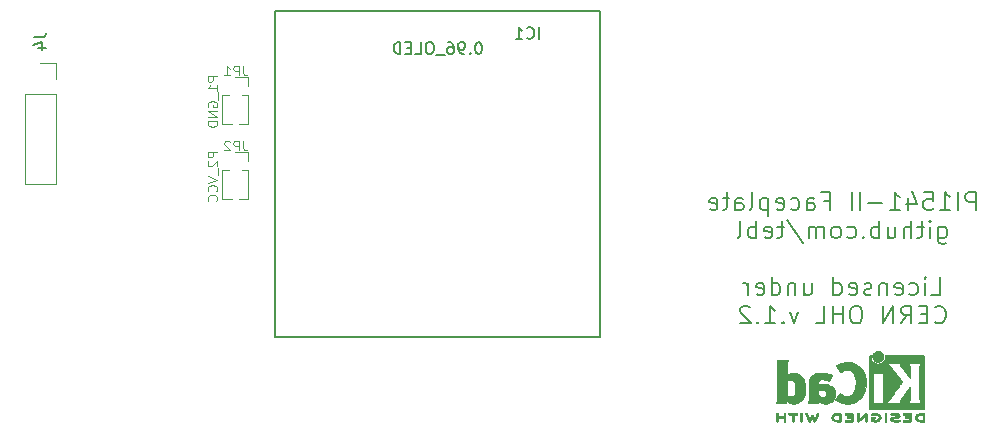
<source format=gbo>
G04 #@! TF.GenerationSoftware,KiCad,Pcbnew,(5.1.5)-3*
G04 #@! TF.CreationDate,2020-06-19T22:59:50+02:00*
G04 #@! TF.ProjectId,C64 Pi1541-II Faceplate,43363420-5069-4313-9534-312d49492046,rev?*
G04 #@! TF.SameCoordinates,Original*
G04 #@! TF.FileFunction,Legend,Bot*
G04 #@! TF.FilePolarity,Positive*
%FSLAX46Y46*%
G04 Gerber Fmt 4.6, Leading zero omitted, Abs format (unit mm)*
G04 Created by KiCad (PCBNEW (5.1.5)-3) date 2020-06-19 22:59:50*
%MOMM*%
%LPD*%
G04 APERTURE LIST*
%ADD10C,0.150000*%
%ADD11C,0.010000*%
%ADD12C,0.120000*%
%ADD13C,0.100000*%
G04 APERTURE END LIST*
D10*
X153490000Y-73983571D02*
X153490000Y-72483571D01*
X152918571Y-72483571D01*
X152775714Y-72555000D01*
X152704285Y-72626428D01*
X152632857Y-72769285D01*
X152632857Y-72983571D01*
X152704285Y-73126428D01*
X152775714Y-73197857D01*
X152918571Y-73269285D01*
X153490000Y-73269285D01*
X151990000Y-73983571D02*
X151990000Y-72483571D01*
X150490000Y-73983571D02*
X151347142Y-73983571D01*
X150918571Y-73983571D02*
X150918571Y-72483571D01*
X151061428Y-72697857D01*
X151204285Y-72840714D01*
X151347142Y-72912142D01*
X149132857Y-72483571D02*
X149847142Y-72483571D01*
X149918571Y-73197857D01*
X149847142Y-73126428D01*
X149704285Y-73055000D01*
X149347142Y-73055000D01*
X149204285Y-73126428D01*
X149132857Y-73197857D01*
X149061428Y-73340714D01*
X149061428Y-73697857D01*
X149132857Y-73840714D01*
X149204285Y-73912142D01*
X149347142Y-73983571D01*
X149704285Y-73983571D01*
X149847142Y-73912142D01*
X149918571Y-73840714D01*
X147775714Y-72983571D02*
X147775714Y-73983571D01*
X148132857Y-72412142D02*
X148490000Y-73483571D01*
X147561428Y-73483571D01*
X146204285Y-73983571D02*
X147061428Y-73983571D01*
X146632857Y-73983571D02*
X146632857Y-72483571D01*
X146775714Y-72697857D01*
X146918571Y-72840714D01*
X147061428Y-72912142D01*
X145561428Y-73412142D02*
X144418571Y-73412142D01*
X143704285Y-73983571D02*
X143704285Y-72483571D01*
X142990000Y-73983571D02*
X142990000Y-72483571D01*
X140632857Y-73197857D02*
X141132857Y-73197857D01*
X141132857Y-73983571D02*
X141132857Y-72483571D01*
X140418571Y-72483571D01*
X139204285Y-73983571D02*
X139204285Y-73197857D01*
X139275714Y-73055000D01*
X139418571Y-72983571D01*
X139704285Y-72983571D01*
X139847142Y-73055000D01*
X139204285Y-73912142D02*
X139347142Y-73983571D01*
X139704285Y-73983571D01*
X139847142Y-73912142D01*
X139918571Y-73769285D01*
X139918571Y-73626428D01*
X139847142Y-73483571D01*
X139704285Y-73412142D01*
X139347142Y-73412142D01*
X139204285Y-73340714D01*
X137847142Y-73912142D02*
X137990000Y-73983571D01*
X138275714Y-73983571D01*
X138418571Y-73912142D01*
X138490000Y-73840714D01*
X138561428Y-73697857D01*
X138561428Y-73269285D01*
X138490000Y-73126428D01*
X138418571Y-73055000D01*
X138275714Y-72983571D01*
X137990000Y-72983571D01*
X137847142Y-73055000D01*
X136632857Y-73912142D02*
X136775714Y-73983571D01*
X137061428Y-73983571D01*
X137204285Y-73912142D01*
X137275714Y-73769285D01*
X137275714Y-73197857D01*
X137204285Y-73055000D01*
X137061428Y-72983571D01*
X136775714Y-72983571D01*
X136632857Y-73055000D01*
X136561428Y-73197857D01*
X136561428Y-73340714D01*
X137275714Y-73483571D01*
X135918571Y-72983571D02*
X135918571Y-74483571D01*
X135918571Y-73055000D02*
X135775714Y-72983571D01*
X135490000Y-72983571D01*
X135347142Y-73055000D01*
X135275714Y-73126428D01*
X135204285Y-73269285D01*
X135204285Y-73697857D01*
X135275714Y-73840714D01*
X135347142Y-73912142D01*
X135490000Y-73983571D01*
X135775714Y-73983571D01*
X135918571Y-73912142D01*
X134347142Y-73983571D02*
X134490000Y-73912142D01*
X134561428Y-73769285D01*
X134561428Y-72483571D01*
X133132857Y-73983571D02*
X133132857Y-73197857D01*
X133204285Y-73055000D01*
X133347142Y-72983571D01*
X133632857Y-72983571D01*
X133775714Y-73055000D01*
X133132857Y-73912142D02*
X133275714Y-73983571D01*
X133632857Y-73983571D01*
X133775714Y-73912142D01*
X133847142Y-73769285D01*
X133847142Y-73626428D01*
X133775714Y-73483571D01*
X133632857Y-73412142D01*
X133275714Y-73412142D01*
X133132857Y-73340714D01*
X132632857Y-72983571D02*
X132061428Y-72983571D01*
X132418571Y-72483571D02*
X132418571Y-73769285D01*
X132347142Y-73912142D01*
X132204285Y-73983571D01*
X132061428Y-73983571D01*
X130990000Y-73912142D02*
X131132857Y-73983571D01*
X131418571Y-73983571D01*
X131561428Y-73912142D01*
X131632857Y-73769285D01*
X131632857Y-73197857D01*
X131561428Y-73055000D01*
X131418571Y-72983571D01*
X131132857Y-72983571D01*
X130990000Y-73055000D01*
X130918571Y-73197857D01*
X130918571Y-73340714D01*
X131632857Y-73483571D01*
X150347142Y-75383571D02*
X150347142Y-76597857D01*
X150418571Y-76740714D01*
X150490000Y-76812142D01*
X150632857Y-76883571D01*
X150847142Y-76883571D01*
X150990000Y-76812142D01*
X150347142Y-76312142D02*
X150490000Y-76383571D01*
X150775714Y-76383571D01*
X150918571Y-76312142D01*
X150990000Y-76240714D01*
X151061428Y-76097857D01*
X151061428Y-75669285D01*
X150990000Y-75526428D01*
X150918571Y-75455000D01*
X150775714Y-75383571D01*
X150490000Y-75383571D01*
X150347142Y-75455000D01*
X149632857Y-76383571D02*
X149632857Y-75383571D01*
X149632857Y-74883571D02*
X149704285Y-74955000D01*
X149632857Y-75026428D01*
X149561428Y-74955000D01*
X149632857Y-74883571D01*
X149632857Y-75026428D01*
X149132857Y-75383571D02*
X148561428Y-75383571D01*
X148918571Y-74883571D02*
X148918571Y-76169285D01*
X148847142Y-76312142D01*
X148704285Y-76383571D01*
X148561428Y-76383571D01*
X148061428Y-76383571D02*
X148061428Y-74883571D01*
X147418571Y-76383571D02*
X147418571Y-75597857D01*
X147490000Y-75455000D01*
X147632857Y-75383571D01*
X147847142Y-75383571D01*
X147990000Y-75455000D01*
X148061428Y-75526428D01*
X146061428Y-75383571D02*
X146061428Y-76383571D01*
X146704285Y-75383571D02*
X146704285Y-76169285D01*
X146632857Y-76312142D01*
X146490000Y-76383571D01*
X146275714Y-76383571D01*
X146132857Y-76312142D01*
X146061428Y-76240714D01*
X145347142Y-76383571D02*
X145347142Y-74883571D01*
X145347142Y-75455000D02*
X145204285Y-75383571D01*
X144918571Y-75383571D01*
X144775714Y-75455000D01*
X144704285Y-75526428D01*
X144632857Y-75669285D01*
X144632857Y-76097857D01*
X144704285Y-76240714D01*
X144775714Y-76312142D01*
X144918571Y-76383571D01*
X145204285Y-76383571D01*
X145347142Y-76312142D01*
X143990000Y-76240714D02*
X143918571Y-76312142D01*
X143990000Y-76383571D01*
X144061428Y-76312142D01*
X143990000Y-76240714D01*
X143990000Y-76383571D01*
X142632857Y-76312142D02*
X142775714Y-76383571D01*
X143061428Y-76383571D01*
X143204285Y-76312142D01*
X143275714Y-76240714D01*
X143347142Y-76097857D01*
X143347142Y-75669285D01*
X143275714Y-75526428D01*
X143204285Y-75455000D01*
X143061428Y-75383571D01*
X142775714Y-75383571D01*
X142632857Y-75455000D01*
X141775714Y-76383571D02*
X141918571Y-76312142D01*
X141990000Y-76240714D01*
X142061428Y-76097857D01*
X142061428Y-75669285D01*
X141990000Y-75526428D01*
X141918571Y-75455000D01*
X141775714Y-75383571D01*
X141561428Y-75383571D01*
X141418571Y-75455000D01*
X141347142Y-75526428D01*
X141275714Y-75669285D01*
X141275714Y-76097857D01*
X141347142Y-76240714D01*
X141418571Y-76312142D01*
X141561428Y-76383571D01*
X141775714Y-76383571D01*
X140632857Y-76383571D02*
X140632857Y-75383571D01*
X140632857Y-75526428D02*
X140561428Y-75455000D01*
X140418571Y-75383571D01*
X140204285Y-75383571D01*
X140061428Y-75455000D01*
X139990000Y-75597857D01*
X139990000Y-76383571D01*
X139990000Y-75597857D02*
X139918571Y-75455000D01*
X139775714Y-75383571D01*
X139561428Y-75383571D01*
X139418571Y-75455000D01*
X139347142Y-75597857D01*
X139347142Y-76383571D01*
X137561428Y-74812142D02*
X138847142Y-76740714D01*
X137275714Y-75383571D02*
X136704285Y-75383571D01*
X137061428Y-74883571D02*
X137061428Y-76169285D01*
X136990000Y-76312142D01*
X136847142Y-76383571D01*
X136704285Y-76383571D01*
X135632857Y-76312142D02*
X135775714Y-76383571D01*
X136061428Y-76383571D01*
X136204285Y-76312142D01*
X136275714Y-76169285D01*
X136275714Y-75597857D01*
X136204285Y-75455000D01*
X136061428Y-75383571D01*
X135775714Y-75383571D01*
X135632857Y-75455000D01*
X135561428Y-75597857D01*
X135561428Y-75740714D01*
X136275714Y-75883571D01*
X134918571Y-76383571D02*
X134918571Y-74883571D01*
X134918571Y-75455000D02*
X134775714Y-75383571D01*
X134490000Y-75383571D01*
X134347142Y-75455000D01*
X134275714Y-75526428D01*
X134204285Y-75669285D01*
X134204285Y-76097857D01*
X134275714Y-76240714D01*
X134347142Y-76312142D01*
X134490000Y-76383571D01*
X134775714Y-76383571D01*
X134918571Y-76312142D01*
X133347142Y-76383571D02*
X133490000Y-76312142D01*
X133561428Y-76169285D01*
X133561428Y-74883571D01*
X149740000Y-81183571D02*
X150454285Y-81183571D01*
X150454285Y-79683571D01*
X149240000Y-81183571D02*
X149240000Y-80183571D01*
X149240000Y-79683571D02*
X149311428Y-79755000D01*
X149240000Y-79826428D01*
X149168571Y-79755000D01*
X149240000Y-79683571D01*
X149240000Y-79826428D01*
X147882857Y-81112142D02*
X148025714Y-81183571D01*
X148311428Y-81183571D01*
X148454285Y-81112142D01*
X148525714Y-81040714D01*
X148597142Y-80897857D01*
X148597142Y-80469285D01*
X148525714Y-80326428D01*
X148454285Y-80255000D01*
X148311428Y-80183571D01*
X148025714Y-80183571D01*
X147882857Y-80255000D01*
X146668571Y-81112142D02*
X146811428Y-81183571D01*
X147097142Y-81183571D01*
X147240000Y-81112142D01*
X147311428Y-80969285D01*
X147311428Y-80397857D01*
X147240000Y-80255000D01*
X147097142Y-80183571D01*
X146811428Y-80183571D01*
X146668571Y-80255000D01*
X146597142Y-80397857D01*
X146597142Y-80540714D01*
X147311428Y-80683571D01*
X145954285Y-80183571D02*
X145954285Y-81183571D01*
X145954285Y-80326428D02*
X145882857Y-80255000D01*
X145740000Y-80183571D01*
X145525714Y-80183571D01*
X145382857Y-80255000D01*
X145311428Y-80397857D01*
X145311428Y-81183571D01*
X144668571Y-81112142D02*
X144525714Y-81183571D01*
X144240000Y-81183571D01*
X144097142Y-81112142D01*
X144025714Y-80969285D01*
X144025714Y-80897857D01*
X144097142Y-80755000D01*
X144240000Y-80683571D01*
X144454285Y-80683571D01*
X144597142Y-80612142D01*
X144668571Y-80469285D01*
X144668571Y-80397857D01*
X144597142Y-80255000D01*
X144454285Y-80183571D01*
X144240000Y-80183571D01*
X144097142Y-80255000D01*
X142811428Y-81112142D02*
X142954285Y-81183571D01*
X143240000Y-81183571D01*
X143382857Y-81112142D01*
X143454285Y-80969285D01*
X143454285Y-80397857D01*
X143382857Y-80255000D01*
X143240000Y-80183571D01*
X142954285Y-80183571D01*
X142811428Y-80255000D01*
X142740000Y-80397857D01*
X142740000Y-80540714D01*
X143454285Y-80683571D01*
X141454285Y-81183571D02*
X141454285Y-79683571D01*
X141454285Y-81112142D02*
X141597142Y-81183571D01*
X141882857Y-81183571D01*
X142025714Y-81112142D01*
X142097142Y-81040714D01*
X142168571Y-80897857D01*
X142168571Y-80469285D01*
X142097142Y-80326428D01*
X142025714Y-80255000D01*
X141882857Y-80183571D01*
X141597142Y-80183571D01*
X141454285Y-80255000D01*
X138954285Y-80183571D02*
X138954285Y-81183571D01*
X139597142Y-80183571D02*
X139597142Y-80969285D01*
X139525714Y-81112142D01*
X139382857Y-81183571D01*
X139168571Y-81183571D01*
X139025714Y-81112142D01*
X138954285Y-81040714D01*
X138240000Y-80183571D02*
X138240000Y-81183571D01*
X138240000Y-80326428D02*
X138168571Y-80255000D01*
X138025714Y-80183571D01*
X137811428Y-80183571D01*
X137668571Y-80255000D01*
X137597142Y-80397857D01*
X137597142Y-81183571D01*
X136240000Y-81183571D02*
X136240000Y-79683571D01*
X136240000Y-81112142D02*
X136382857Y-81183571D01*
X136668571Y-81183571D01*
X136811428Y-81112142D01*
X136882857Y-81040714D01*
X136954285Y-80897857D01*
X136954285Y-80469285D01*
X136882857Y-80326428D01*
X136811428Y-80255000D01*
X136668571Y-80183571D01*
X136382857Y-80183571D01*
X136240000Y-80255000D01*
X134954285Y-81112142D02*
X135097142Y-81183571D01*
X135382857Y-81183571D01*
X135525714Y-81112142D01*
X135597142Y-80969285D01*
X135597142Y-80397857D01*
X135525714Y-80255000D01*
X135382857Y-80183571D01*
X135097142Y-80183571D01*
X134954285Y-80255000D01*
X134882857Y-80397857D01*
X134882857Y-80540714D01*
X135597142Y-80683571D01*
X134240000Y-81183571D02*
X134240000Y-80183571D01*
X134240000Y-80469285D02*
X134168571Y-80326428D01*
X134097142Y-80255000D01*
X133954285Y-80183571D01*
X133811428Y-80183571D01*
X150025714Y-83440714D02*
X150097142Y-83512142D01*
X150311428Y-83583571D01*
X150454285Y-83583571D01*
X150668571Y-83512142D01*
X150811428Y-83369285D01*
X150882857Y-83226428D01*
X150954285Y-82940714D01*
X150954285Y-82726428D01*
X150882857Y-82440714D01*
X150811428Y-82297857D01*
X150668571Y-82155000D01*
X150454285Y-82083571D01*
X150311428Y-82083571D01*
X150097142Y-82155000D01*
X150025714Y-82226428D01*
X149382857Y-82797857D02*
X148882857Y-82797857D01*
X148668571Y-83583571D02*
X149382857Y-83583571D01*
X149382857Y-82083571D01*
X148668571Y-82083571D01*
X147168571Y-83583571D02*
X147668571Y-82869285D01*
X148025714Y-83583571D02*
X148025714Y-82083571D01*
X147454285Y-82083571D01*
X147311428Y-82155000D01*
X147240000Y-82226428D01*
X147168571Y-82369285D01*
X147168571Y-82583571D01*
X147240000Y-82726428D01*
X147311428Y-82797857D01*
X147454285Y-82869285D01*
X148025714Y-82869285D01*
X146525714Y-83583571D02*
X146525714Y-82083571D01*
X145668571Y-83583571D01*
X145668571Y-82083571D01*
X143525714Y-82083571D02*
X143240000Y-82083571D01*
X143097142Y-82155000D01*
X142954285Y-82297857D01*
X142882857Y-82583571D01*
X142882857Y-83083571D01*
X142954285Y-83369285D01*
X143097142Y-83512142D01*
X143240000Y-83583571D01*
X143525714Y-83583571D01*
X143668571Y-83512142D01*
X143811428Y-83369285D01*
X143882857Y-83083571D01*
X143882857Y-82583571D01*
X143811428Y-82297857D01*
X143668571Y-82155000D01*
X143525714Y-82083571D01*
X142240000Y-83583571D02*
X142240000Y-82083571D01*
X142240000Y-82797857D02*
X141382857Y-82797857D01*
X141382857Y-83583571D02*
X141382857Y-82083571D01*
X139954285Y-83583571D02*
X140668571Y-83583571D01*
X140668571Y-82083571D01*
X138454285Y-82583571D02*
X138097142Y-83583571D01*
X137740000Y-82583571D01*
X137168571Y-83440714D02*
X137097142Y-83512142D01*
X137168571Y-83583571D01*
X137240000Y-83512142D01*
X137168571Y-83440714D01*
X137168571Y-83583571D01*
X135668571Y-83583571D02*
X136525714Y-83583571D01*
X136097142Y-83583571D02*
X136097142Y-82083571D01*
X136240000Y-82297857D01*
X136382857Y-82440714D01*
X136525714Y-82512142D01*
X135025714Y-83440714D02*
X134954285Y-83512142D01*
X135025714Y-83583571D01*
X135097142Y-83512142D01*
X135025714Y-83440714D01*
X135025714Y-83583571D01*
X134382857Y-82226428D02*
X134311428Y-82155000D01*
X134168571Y-82083571D01*
X133811428Y-82083571D01*
X133668571Y-82155000D01*
X133597142Y-82226428D01*
X133525714Y-82369285D01*
X133525714Y-82512142D01*
X133597142Y-82726428D01*
X134454285Y-83583571D01*
X133525714Y-83583571D01*
X94200000Y-57120000D02*
X121700000Y-57120000D01*
X94200000Y-57120000D02*
X94200000Y-84720000D01*
X94200000Y-84720000D02*
X121700000Y-84720000D01*
X121700000Y-84720000D02*
X121700000Y-57120000D01*
D11*
G36*
X145148043Y-85926571D02*
G01*
X145051768Y-85950809D01*
X144965184Y-85993641D01*
X144890373Y-86053419D01*
X144829418Y-86128494D01*
X144784399Y-86217220D01*
X144758136Y-86313530D01*
X144752286Y-86410795D01*
X144767140Y-86504654D01*
X144800840Y-86592511D01*
X144851528Y-86671770D01*
X144917345Y-86739836D01*
X144996434Y-86794112D01*
X145086934Y-86832002D01*
X145138200Y-86844426D01*
X145182698Y-86851947D01*
X145216999Y-86854919D01*
X145249960Y-86853094D01*
X145290434Y-86846225D01*
X145323531Y-86839250D01*
X145416947Y-86807741D01*
X145500619Y-86756617D01*
X145572665Y-86687429D01*
X145631200Y-86601728D01*
X145645148Y-86574489D01*
X145661586Y-86538122D01*
X145671894Y-86507582D01*
X145677460Y-86475450D01*
X145679669Y-86434307D01*
X145679948Y-86388222D01*
X145675861Y-86303865D01*
X145662446Y-86234586D01*
X145637256Y-86173961D01*
X145597846Y-86115567D01*
X145559298Y-86071302D01*
X145487406Y-86005484D01*
X145412313Y-85960053D01*
X145329562Y-85932850D01*
X145251928Y-85922576D01*
X145148043Y-85926571D01*
G37*
X145148043Y-85926571D02*
X145051768Y-85950809D01*
X144965184Y-85993641D01*
X144890373Y-86053419D01*
X144829418Y-86128494D01*
X144784399Y-86217220D01*
X144758136Y-86313530D01*
X144752286Y-86410795D01*
X144767140Y-86504654D01*
X144800840Y-86592511D01*
X144851528Y-86671770D01*
X144917345Y-86739836D01*
X144996434Y-86794112D01*
X145086934Y-86832002D01*
X145138200Y-86844426D01*
X145182698Y-86851947D01*
X145216999Y-86854919D01*
X145249960Y-86853094D01*
X145290434Y-86846225D01*
X145323531Y-86839250D01*
X145416947Y-86807741D01*
X145500619Y-86756617D01*
X145572665Y-86687429D01*
X145631200Y-86601728D01*
X145645148Y-86574489D01*
X145661586Y-86538122D01*
X145671894Y-86507582D01*
X145677460Y-86475450D01*
X145679669Y-86434307D01*
X145679948Y-86388222D01*
X145675861Y-86303865D01*
X145662446Y-86234586D01*
X145637256Y-86173961D01*
X145597846Y-86115567D01*
X145559298Y-86071302D01*
X145487406Y-86005484D01*
X145412313Y-85960053D01*
X145329562Y-85932850D01*
X145251928Y-85922576D01*
X145148043Y-85926571D01*
G36*
X136688493Y-88372245D02*
G01*
X136688474Y-88606662D01*
X136688448Y-88819603D01*
X136688375Y-89012168D01*
X136688218Y-89185459D01*
X136687936Y-89340576D01*
X136687491Y-89478620D01*
X136686844Y-89600692D01*
X136685955Y-89707894D01*
X136684787Y-89801326D01*
X136683299Y-89882090D01*
X136681454Y-89951286D01*
X136679211Y-90010015D01*
X136676531Y-90059379D01*
X136673377Y-90100478D01*
X136669708Y-90134413D01*
X136665487Y-90162286D01*
X136660673Y-90185198D01*
X136655227Y-90204249D01*
X136649112Y-90220540D01*
X136642288Y-90235173D01*
X136634715Y-90249249D01*
X136626355Y-90263868D01*
X136621161Y-90272974D01*
X136586896Y-90333689D01*
X137445045Y-90333689D01*
X137445045Y-90237733D01*
X137445776Y-90194370D01*
X137447728Y-90161205D01*
X137450537Y-90143424D01*
X137451779Y-90141778D01*
X137463201Y-90148662D01*
X137485916Y-90166505D01*
X137508615Y-90185879D01*
X137563200Y-90226614D01*
X137632679Y-90267617D01*
X137709730Y-90305123D01*
X137787035Y-90335364D01*
X137817887Y-90345012D01*
X137886384Y-90359578D01*
X137969236Y-90369539D01*
X138058629Y-90374583D01*
X138146752Y-90374396D01*
X138225793Y-90368666D01*
X138263489Y-90362858D01*
X138401586Y-90324797D01*
X138528887Y-90267073D01*
X138644708Y-90190211D01*
X138748363Y-90094739D01*
X138839167Y-89981179D01*
X138905969Y-89870381D01*
X138960836Y-89753625D01*
X139002837Y-89634276D01*
X139032833Y-89508283D01*
X139051689Y-89371594D01*
X139060268Y-89220158D01*
X139060994Y-89142711D01*
X139058900Y-89085934D01*
X138229783Y-89085934D01*
X138229576Y-89179002D01*
X138226663Y-89266692D01*
X138221000Y-89343772D01*
X138212545Y-89405009D01*
X138209962Y-89417350D01*
X138178160Y-89524633D01*
X138136502Y-89611658D01*
X138084637Y-89678642D01*
X138022219Y-89725805D01*
X137948900Y-89753365D01*
X137864331Y-89761541D01*
X137768165Y-89750551D01*
X137704689Y-89734829D01*
X137655546Y-89716639D01*
X137601417Y-89690791D01*
X137560756Y-89667089D01*
X137490200Y-89620721D01*
X137490200Y-88470530D01*
X137557608Y-88426962D01*
X137636133Y-88386040D01*
X137720319Y-88359389D01*
X137805443Y-88347465D01*
X137886784Y-88350722D01*
X137959620Y-88369615D01*
X137991574Y-88385184D01*
X138049499Y-88428181D01*
X138098456Y-88484953D01*
X138139610Y-88557575D01*
X138174126Y-88648121D01*
X138203167Y-88758666D01*
X138204448Y-88764533D01*
X138214619Y-88826788D01*
X138222261Y-88904594D01*
X138227330Y-88992720D01*
X138229783Y-89085934D01*
X139058900Y-89085934D01*
X139053143Y-88929895D01*
X139031198Y-88734059D01*
X138995214Y-88555332D01*
X138945241Y-88393845D01*
X138881332Y-88249726D01*
X138803538Y-88123106D01*
X138711911Y-88014115D01*
X138606503Y-87922883D01*
X138561338Y-87891932D01*
X138460389Y-87835785D01*
X138357099Y-87796174D01*
X138247011Y-87772014D01*
X138125670Y-87762219D01*
X138033164Y-87763265D01*
X137903510Y-87774231D01*
X137790916Y-87796046D01*
X137692125Y-87829714D01*
X137603879Y-87876236D01*
X137555014Y-87910448D01*
X137525647Y-87932362D01*
X137503957Y-87947333D01*
X137495747Y-87951733D01*
X137494132Y-87940904D01*
X137492841Y-87910251D01*
X137491862Y-87862526D01*
X137491183Y-87800479D01*
X137490790Y-87726862D01*
X137490670Y-87644427D01*
X137490812Y-87555925D01*
X137491203Y-87464107D01*
X137491829Y-87371724D01*
X137492680Y-87281528D01*
X137493740Y-87196271D01*
X137494999Y-87118703D01*
X137496444Y-87051576D01*
X137498062Y-86997641D01*
X137499839Y-86959650D01*
X137500331Y-86952667D01*
X137507908Y-86882251D01*
X137519469Y-86827102D01*
X137537208Y-86779981D01*
X137563318Y-86733647D01*
X137569585Y-86724067D01*
X137594017Y-86687378D01*
X136688689Y-86687378D01*
X136688493Y-88372245D01*
G37*
X136688493Y-88372245D02*
X136688474Y-88606662D01*
X136688448Y-88819603D01*
X136688375Y-89012168D01*
X136688218Y-89185459D01*
X136687936Y-89340576D01*
X136687491Y-89478620D01*
X136686844Y-89600692D01*
X136685955Y-89707894D01*
X136684787Y-89801326D01*
X136683299Y-89882090D01*
X136681454Y-89951286D01*
X136679211Y-90010015D01*
X136676531Y-90059379D01*
X136673377Y-90100478D01*
X136669708Y-90134413D01*
X136665487Y-90162286D01*
X136660673Y-90185198D01*
X136655227Y-90204249D01*
X136649112Y-90220540D01*
X136642288Y-90235173D01*
X136634715Y-90249249D01*
X136626355Y-90263868D01*
X136621161Y-90272974D01*
X136586896Y-90333689D01*
X137445045Y-90333689D01*
X137445045Y-90237733D01*
X137445776Y-90194370D01*
X137447728Y-90161205D01*
X137450537Y-90143424D01*
X137451779Y-90141778D01*
X137463201Y-90148662D01*
X137485916Y-90166505D01*
X137508615Y-90185879D01*
X137563200Y-90226614D01*
X137632679Y-90267617D01*
X137709730Y-90305123D01*
X137787035Y-90335364D01*
X137817887Y-90345012D01*
X137886384Y-90359578D01*
X137969236Y-90369539D01*
X138058629Y-90374583D01*
X138146752Y-90374396D01*
X138225793Y-90368666D01*
X138263489Y-90362858D01*
X138401586Y-90324797D01*
X138528887Y-90267073D01*
X138644708Y-90190211D01*
X138748363Y-90094739D01*
X138839167Y-89981179D01*
X138905969Y-89870381D01*
X138960836Y-89753625D01*
X139002837Y-89634276D01*
X139032833Y-89508283D01*
X139051689Y-89371594D01*
X139060268Y-89220158D01*
X139060994Y-89142711D01*
X139058900Y-89085934D01*
X138229783Y-89085934D01*
X138229576Y-89179002D01*
X138226663Y-89266692D01*
X138221000Y-89343772D01*
X138212545Y-89405009D01*
X138209962Y-89417350D01*
X138178160Y-89524633D01*
X138136502Y-89611658D01*
X138084637Y-89678642D01*
X138022219Y-89725805D01*
X137948900Y-89753365D01*
X137864331Y-89761541D01*
X137768165Y-89750551D01*
X137704689Y-89734829D01*
X137655546Y-89716639D01*
X137601417Y-89690791D01*
X137560756Y-89667089D01*
X137490200Y-89620721D01*
X137490200Y-88470530D01*
X137557608Y-88426962D01*
X137636133Y-88386040D01*
X137720319Y-88359389D01*
X137805443Y-88347465D01*
X137886784Y-88350722D01*
X137959620Y-88369615D01*
X137991574Y-88385184D01*
X138049499Y-88428181D01*
X138098456Y-88484953D01*
X138139610Y-88557575D01*
X138174126Y-88648121D01*
X138203167Y-88758666D01*
X138204448Y-88764533D01*
X138214619Y-88826788D01*
X138222261Y-88904594D01*
X138227330Y-88992720D01*
X138229783Y-89085934D01*
X139058900Y-89085934D01*
X139053143Y-88929895D01*
X139031198Y-88734059D01*
X138995214Y-88555332D01*
X138945241Y-88393845D01*
X138881332Y-88249726D01*
X138803538Y-88123106D01*
X138711911Y-88014115D01*
X138606503Y-87922883D01*
X138561338Y-87891932D01*
X138460389Y-87835785D01*
X138357099Y-87796174D01*
X138247011Y-87772014D01*
X138125670Y-87762219D01*
X138033164Y-87763265D01*
X137903510Y-87774231D01*
X137790916Y-87796046D01*
X137692125Y-87829714D01*
X137603879Y-87876236D01*
X137555014Y-87910448D01*
X137525647Y-87932362D01*
X137503957Y-87947333D01*
X137495747Y-87951733D01*
X137494132Y-87940904D01*
X137492841Y-87910251D01*
X137491862Y-87862526D01*
X137491183Y-87800479D01*
X137490790Y-87726862D01*
X137490670Y-87644427D01*
X137490812Y-87555925D01*
X137491203Y-87464107D01*
X137491829Y-87371724D01*
X137492680Y-87281528D01*
X137493740Y-87196271D01*
X137494999Y-87118703D01*
X137496444Y-87051576D01*
X137498062Y-86997641D01*
X137499839Y-86959650D01*
X137500331Y-86952667D01*
X137507908Y-86882251D01*
X137519469Y-86827102D01*
X137537208Y-86779981D01*
X137563318Y-86733647D01*
X137569585Y-86724067D01*
X137594017Y-86687378D01*
X136688689Y-86687378D01*
X136688493Y-88372245D01*
G36*
X140201426Y-87766552D02*
G01*
X140049508Y-87786567D01*
X139914244Y-87820202D01*
X139794761Y-87867725D01*
X139690185Y-87929405D01*
X139612576Y-87992965D01*
X139543735Y-88067099D01*
X139489994Y-88146871D01*
X139447090Y-88239091D01*
X139431616Y-88282161D01*
X139418756Y-88321142D01*
X139407554Y-88357289D01*
X139397880Y-88392434D01*
X139389604Y-88428410D01*
X139382597Y-88467050D01*
X139376728Y-88510185D01*
X139371869Y-88559649D01*
X139367890Y-88617273D01*
X139364660Y-88684891D01*
X139362051Y-88764334D01*
X139359933Y-88857436D01*
X139358176Y-88966027D01*
X139356651Y-89091942D01*
X139355228Y-89237012D01*
X139353975Y-89379778D01*
X139352649Y-89535968D01*
X139351444Y-89671239D01*
X139350234Y-89787246D01*
X139348894Y-89885645D01*
X139347300Y-89968093D01*
X139345325Y-90036246D01*
X139342844Y-90091760D01*
X139339731Y-90136292D01*
X139335862Y-90171498D01*
X139331111Y-90199034D01*
X139325352Y-90220556D01*
X139318461Y-90237722D01*
X139310311Y-90252186D01*
X139300777Y-90265606D01*
X139289734Y-90279638D01*
X139285434Y-90285071D01*
X139269614Y-90307910D01*
X139262578Y-90323463D01*
X139262556Y-90323922D01*
X139273433Y-90326121D01*
X139304418Y-90328147D01*
X139353043Y-90329942D01*
X139416837Y-90331451D01*
X139493331Y-90332616D01*
X139580056Y-90333380D01*
X139674543Y-90333686D01*
X139685450Y-90333689D01*
X140108343Y-90333689D01*
X140111605Y-90237622D01*
X140114867Y-90141556D01*
X140176956Y-90192543D01*
X140274286Y-90260057D01*
X140384187Y-90314749D01*
X140470651Y-90344978D01*
X140539722Y-90359666D01*
X140623075Y-90369659D01*
X140712841Y-90374646D01*
X140801155Y-90374313D01*
X140880149Y-90368351D01*
X140916378Y-90362638D01*
X141056397Y-90324776D01*
X141182822Y-90269932D01*
X141294740Y-90198924D01*
X141391238Y-90112568D01*
X141471400Y-90011679D01*
X141534313Y-89897076D01*
X141578688Y-89770984D01*
X141591022Y-89714401D01*
X141598632Y-89652202D01*
X141602261Y-89577363D01*
X141602755Y-89543467D01*
X141602690Y-89540282D01*
X140842752Y-89540282D01*
X140833459Y-89615333D01*
X140805272Y-89679160D01*
X140756803Y-89734798D01*
X140751746Y-89739211D01*
X140703452Y-89774037D01*
X140651743Y-89796620D01*
X140591011Y-89808540D01*
X140515648Y-89811383D01*
X140497541Y-89810978D01*
X140443722Y-89808325D01*
X140403692Y-89802909D01*
X140368676Y-89792745D01*
X140329897Y-89775850D01*
X140319255Y-89770672D01*
X140258604Y-89734844D01*
X140211785Y-89692212D01*
X140199048Y-89676973D01*
X140154378Y-89620462D01*
X140154378Y-89424586D01*
X140154914Y-89345939D01*
X140156604Y-89287988D01*
X140159572Y-89248875D01*
X140163943Y-89226741D01*
X140168028Y-89220274D01*
X140183953Y-89217111D01*
X140217736Y-89214488D01*
X140264660Y-89212655D01*
X140320007Y-89211857D01*
X140328894Y-89211842D01*
X140449670Y-89217096D01*
X140552340Y-89233263D01*
X140638894Y-89260961D01*
X140711319Y-89300808D01*
X140766249Y-89347758D01*
X140810796Y-89405645D01*
X140835520Y-89468693D01*
X140842752Y-89540282D01*
X141602690Y-89540282D01*
X141600822Y-89449712D01*
X141592478Y-89370812D01*
X141576232Y-89299590D01*
X141550595Y-89228864D01*
X141526599Y-89176493D01*
X141467980Y-89081196D01*
X141389883Y-88993170D01*
X141294685Y-88914017D01*
X141184762Y-88845340D01*
X141062490Y-88788741D01*
X140930245Y-88745821D01*
X140865578Y-88730882D01*
X140729396Y-88708777D01*
X140580951Y-88694194D01*
X140429495Y-88687813D01*
X140302936Y-88689445D01*
X140141050Y-88696224D01*
X140148470Y-88637245D01*
X140167762Y-88538092D01*
X140198896Y-88457372D01*
X140242731Y-88394466D01*
X140300129Y-88348756D01*
X140371952Y-88319622D01*
X140459059Y-88306447D01*
X140562314Y-88308611D01*
X140600289Y-88312612D01*
X140741480Y-88337780D01*
X140878293Y-88378814D01*
X140972822Y-88416815D01*
X141017982Y-88436190D01*
X141056415Y-88451760D01*
X141082766Y-88461405D01*
X141090454Y-88463452D01*
X141100198Y-88454374D01*
X141116917Y-88425405D01*
X141140768Y-88376217D01*
X141171907Y-88306484D01*
X141210493Y-88215879D01*
X141217090Y-88200089D01*
X141247147Y-88127772D01*
X141274126Y-88062425D01*
X141296864Y-88006906D01*
X141314194Y-87964072D01*
X141324952Y-87936781D01*
X141328059Y-87927942D01*
X141318060Y-87923187D01*
X141291783Y-87917910D01*
X141263511Y-87914231D01*
X141233354Y-87909474D01*
X141185567Y-87900028D01*
X141124388Y-87886820D01*
X141054054Y-87870776D01*
X140978806Y-87852820D01*
X140950245Y-87845797D01*
X140845184Y-87820209D01*
X140757520Y-87800147D01*
X140682932Y-87784969D01*
X140617097Y-87774035D01*
X140555693Y-87766704D01*
X140494398Y-87762335D01*
X140428890Y-87760287D01*
X140370872Y-87759889D01*
X140201426Y-87766552D01*
G37*
X140201426Y-87766552D02*
X140049508Y-87786567D01*
X139914244Y-87820202D01*
X139794761Y-87867725D01*
X139690185Y-87929405D01*
X139612576Y-87992965D01*
X139543735Y-88067099D01*
X139489994Y-88146871D01*
X139447090Y-88239091D01*
X139431616Y-88282161D01*
X139418756Y-88321142D01*
X139407554Y-88357289D01*
X139397880Y-88392434D01*
X139389604Y-88428410D01*
X139382597Y-88467050D01*
X139376728Y-88510185D01*
X139371869Y-88559649D01*
X139367890Y-88617273D01*
X139364660Y-88684891D01*
X139362051Y-88764334D01*
X139359933Y-88857436D01*
X139358176Y-88966027D01*
X139356651Y-89091942D01*
X139355228Y-89237012D01*
X139353975Y-89379778D01*
X139352649Y-89535968D01*
X139351444Y-89671239D01*
X139350234Y-89787246D01*
X139348894Y-89885645D01*
X139347300Y-89968093D01*
X139345325Y-90036246D01*
X139342844Y-90091760D01*
X139339731Y-90136292D01*
X139335862Y-90171498D01*
X139331111Y-90199034D01*
X139325352Y-90220556D01*
X139318461Y-90237722D01*
X139310311Y-90252186D01*
X139300777Y-90265606D01*
X139289734Y-90279638D01*
X139285434Y-90285071D01*
X139269614Y-90307910D01*
X139262578Y-90323463D01*
X139262556Y-90323922D01*
X139273433Y-90326121D01*
X139304418Y-90328147D01*
X139353043Y-90329942D01*
X139416837Y-90331451D01*
X139493331Y-90332616D01*
X139580056Y-90333380D01*
X139674543Y-90333686D01*
X139685450Y-90333689D01*
X140108343Y-90333689D01*
X140111605Y-90237622D01*
X140114867Y-90141556D01*
X140176956Y-90192543D01*
X140274286Y-90260057D01*
X140384187Y-90314749D01*
X140470651Y-90344978D01*
X140539722Y-90359666D01*
X140623075Y-90369659D01*
X140712841Y-90374646D01*
X140801155Y-90374313D01*
X140880149Y-90368351D01*
X140916378Y-90362638D01*
X141056397Y-90324776D01*
X141182822Y-90269932D01*
X141294740Y-90198924D01*
X141391238Y-90112568D01*
X141471400Y-90011679D01*
X141534313Y-89897076D01*
X141578688Y-89770984D01*
X141591022Y-89714401D01*
X141598632Y-89652202D01*
X141602261Y-89577363D01*
X141602755Y-89543467D01*
X141602690Y-89540282D01*
X140842752Y-89540282D01*
X140833459Y-89615333D01*
X140805272Y-89679160D01*
X140756803Y-89734798D01*
X140751746Y-89739211D01*
X140703452Y-89774037D01*
X140651743Y-89796620D01*
X140591011Y-89808540D01*
X140515648Y-89811383D01*
X140497541Y-89810978D01*
X140443722Y-89808325D01*
X140403692Y-89802909D01*
X140368676Y-89792745D01*
X140329897Y-89775850D01*
X140319255Y-89770672D01*
X140258604Y-89734844D01*
X140211785Y-89692212D01*
X140199048Y-89676973D01*
X140154378Y-89620462D01*
X140154378Y-89424586D01*
X140154914Y-89345939D01*
X140156604Y-89287988D01*
X140159572Y-89248875D01*
X140163943Y-89226741D01*
X140168028Y-89220274D01*
X140183953Y-89217111D01*
X140217736Y-89214488D01*
X140264660Y-89212655D01*
X140320007Y-89211857D01*
X140328894Y-89211842D01*
X140449670Y-89217096D01*
X140552340Y-89233263D01*
X140638894Y-89260961D01*
X140711319Y-89300808D01*
X140766249Y-89347758D01*
X140810796Y-89405645D01*
X140835520Y-89468693D01*
X140842752Y-89540282D01*
X141602690Y-89540282D01*
X141600822Y-89449712D01*
X141592478Y-89370812D01*
X141576232Y-89299590D01*
X141550595Y-89228864D01*
X141526599Y-89176493D01*
X141467980Y-89081196D01*
X141389883Y-88993170D01*
X141294685Y-88914017D01*
X141184762Y-88845340D01*
X141062490Y-88788741D01*
X140930245Y-88745821D01*
X140865578Y-88730882D01*
X140729396Y-88708777D01*
X140580951Y-88694194D01*
X140429495Y-88687813D01*
X140302936Y-88689445D01*
X140141050Y-88696224D01*
X140148470Y-88637245D01*
X140167762Y-88538092D01*
X140198896Y-88457372D01*
X140242731Y-88394466D01*
X140300129Y-88348756D01*
X140371952Y-88319622D01*
X140459059Y-88306447D01*
X140562314Y-88308611D01*
X140600289Y-88312612D01*
X140741480Y-88337780D01*
X140878293Y-88378814D01*
X140972822Y-88416815D01*
X141017982Y-88436190D01*
X141056415Y-88451760D01*
X141082766Y-88461405D01*
X141090454Y-88463452D01*
X141100198Y-88454374D01*
X141116917Y-88425405D01*
X141140768Y-88376217D01*
X141171907Y-88306484D01*
X141210493Y-88215879D01*
X141217090Y-88200089D01*
X141247147Y-88127772D01*
X141274126Y-88062425D01*
X141296864Y-88006906D01*
X141314194Y-87964072D01*
X141324952Y-87936781D01*
X141328059Y-87927942D01*
X141318060Y-87923187D01*
X141291783Y-87917910D01*
X141263511Y-87914231D01*
X141233354Y-87909474D01*
X141185567Y-87900028D01*
X141124388Y-87886820D01*
X141054054Y-87870776D01*
X140978806Y-87852820D01*
X140950245Y-87845797D01*
X140845184Y-87820209D01*
X140757520Y-87800147D01*
X140682932Y-87784969D01*
X140617097Y-87774035D01*
X140555693Y-87766704D01*
X140494398Y-87762335D01*
X140428890Y-87760287D01*
X140370872Y-87759889D01*
X140201426Y-87766552D01*
G36*
X142546571Y-86849071D02*
G01*
X142386430Y-86870245D01*
X142222490Y-86910385D01*
X142052687Y-86969889D01*
X141874957Y-87049154D01*
X141863690Y-87054699D01*
X141805995Y-87082725D01*
X141754448Y-87106802D01*
X141712809Y-87125249D01*
X141684838Y-87136386D01*
X141675267Y-87138933D01*
X141656050Y-87143941D01*
X141651439Y-87148147D01*
X141656542Y-87158580D01*
X141672582Y-87184868D01*
X141697712Y-87224257D01*
X141730086Y-87273991D01*
X141767857Y-87331315D01*
X141809178Y-87393476D01*
X141852202Y-87457718D01*
X141895083Y-87521285D01*
X141935974Y-87581425D01*
X141973029Y-87635380D01*
X142004400Y-87680397D01*
X142028241Y-87713721D01*
X142042706Y-87732597D01*
X142044691Y-87734787D01*
X142054809Y-87730138D01*
X142077150Y-87712962D01*
X142107720Y-87686440D01*
X142123464Y-87671964D01*
X142219953Y-87596682D01*
X142326664Y-87541241D01*
X142442168Y-87506141D01*
X142565038Y-87491880D01*
X142634439Y-87493051D01*
X142755577Y-87510212D01*
X142864795Y-87546094D01*
X142962418Y-87600959D01*
X143048772Y-87675070D01*
X143124185Y-87768688D01*
X143188982Y-87882076D01*
X143226399Y-87968667D01*
X143270252Y-88104366D01*
X143302572Y-88251850D01*
X143323443Y-88407314D01*
X143332949Y-88566956D01*
X143331173Y-88726973D01*
X143318197Y-88883561D01*
X143294106Y-89032918D01*
X143258982Y-89171240D01*
X143212908Y-89294724D01*
X143196627Y-89328978D01*
X143128380Y-89443064D01*
X143047921Y-89539557D01*
X142956430Y-89617670D01*
X142855089Y-89676617D01*
X142745080Y-89715612D01*
X142627585Y-89733868D01*
X142586117Y-89735211D01*
X142464559Y-89724290D01*
X142344122Y-89691474D01*
X142226334Y-89637439D01*
X142112723Y-89562865D01*
X142021315Y-89484539D01*
X141974785Y-89440008D01*
X141793517Y-89737271D01*
X141748420Y-89811433D01*
X141707181Y-89879646D01*
X141671265Y-89939459D01*
X141642134Y-89988420D01*
X141621250Y-90024079D01*
X141610076Y-90043984D01*
X141608625Y-90047079D01*
X141616854Y-90056718D01*
X141642433Y-90073999D01*
X141682127Y-90097283D01*
X141732703Y-90124934D01*
X141790926Y-90155315D01*
X141853563Y-90186790D01*
X141917379Y-90217722D01*
X141979140Y-90246473D01*
X142035612Y-90271408D01*
X142083562Y-90290889D01*
X142107014Y-90299318D01*
X142240779Y-90337133D01*
X142378673Y-90362136D01*
X142526378Y-90375140D01*
X142653167Y-90377468D01*
X142721122Y-90376373D01*
X142786723Y-90374275D01*
X142844153Y-90371434D01*
X142887597Y-90368106D01*
X142901702Y-90366422D01*
X143040716Y-90337587D01*
X143182243Y-90292468D01*
X143319725Y-90233750D01*
X143446606Y-90164120D01*
X143524111Y-90111441D01*
X143651519Y-90003239D01*
X143769822Y-89876671D01*
X143876828Y-89734866D01*
X143970348Y-89580951D01*
X144048190Y-89418053D01*
X144092044Y-89300756D01*
X144142292Y-89117128D01*
X144175791Y-88922581D01*
X144192551Y-88721325D01*
X144192584Y-88517568D01*
X144175899Y-88315521D01*
X144142507Y-88119392D01*
X144092420Y-87933391D01*
X144088603Y-87921803D01*
X144025719Y-87759750D01*
X143948972Y-87611832D01*
X143855758Y-87473865D01*
X143743473Y-87341661D01*
X143699608Y-87296399D01*
X143563466Y-87172457D01*
X143423509Y-87069915D01*
X143277589Y-86987656D01*
X143123558Y-86924564D01*
X142959268Y-86879523D01*
X142863711Y-86862033D01*
X142704977Y-86846466D01*
X142546571Y-86849071D01*
G37*
X142546571Y-86849071D02*
X142386430Y-86870245D01*
X142222490Y-86910385D01*
X142052687Y-86969889D01*
X141874957Y-87049154D01*
X141863690Y-87054699D01*
X141805995Y-87082725D01*
X141754448Y-87106802D01*
X141712809Y-87125249D01*
X141684838Y-87136386D01*
X141675267Y-87138933D01*
X141656050Y-87143941D01*
X141651439Y-87148147D01*
X141656542Y-87158580D01*
X141672582Y-87184868D01*
X141697712Y-87224257D01*
X141730086Y-87273991D01*
X141767857Y-87331315D01*
X141809178Y-87393476D01*
X141852202Y-87457718D01*
X141895083Y-87521285D01*
X141935974Y-87581425D01*
X141973029Y-87635380D01*
X142004400Y-87680397D01*
X142028241Y-87713721D01*
X142042706Y-87732597D01*
X142044691Y-87734787D01*
X142054809Y-87730138D01*
X142077150Y-87712962D01*
X142107720Y-87686440D01*
X142123464Y-87671964D01*
X142219953Y-87596682D01*
X142326664Y-87541241D01*
X142442168Y-87506141D01*
X142565038Y-87491880D01*
X142634439Y-87493051D01*
X142755577Y-87510212D01*
X142864795Y-87546094D01*
X142962418Y-87600959D01*
X143048772Y-87675070D01*
X143124185Y-87768688D01*
X143188982Y-87882076D01*
X143226399Y-87968667D01*
X143270252Y-88104366D01*
X143302572Y-88251850D01*
X143323443Y-88407314D01*
X143332949Y-88566956D01*
X143331173Y-88726973D01*
X143318197Y-88883561D01*
X143294106Y-89032918D01*
X143258982Y-89171240D01*
X143212908Y-89294724D01*
X143196627Y-89328978D01*
X143128380Y-89443064D01*
X143047921Y-89539557D01*
X142956430Y-89617670D01*
X142855089Y-89676617D01*
X142745080Y-89715612D01*
X142627585Y-89733868D01*
X142586117Y-89735211D01*
X142464559Y-89724290D01*
X142344122Y-89691474D01*
X142226334Y-89637439D01*
X142112723Y-89562865D01*
X142021315Y-89484539D01*
X141974785Y-89440008D01*
X141793517Y-89737271D01*
X141748420Y-89811433D01*
X141707181Y-89879646D01*
X141671265Y-89939459D01*
X141642134Y-89988420D01*
X141621250Y-90024079D01*
X141610076Y-90043984D01*
X141608625Y-90047079D01*
X141616854Y-90056718D01*
X141642433Y-90073999D01*
X141682127Y-90097283D01*
X141732703Y-90124934D01*
X141790926Y-90155315D01*
X141853563Y-90186790D01*
X141917379Y-90217722D01*
X141979140Y-90246473D01*
X142035612Y-90271408D01*
X142083562Y-90290889D01*
X142107014Y-90299318D01*
X142240779Y-90337133D01*
X142378673Y-90362136D01*
X142526378Y-90375140D01*
X142653167Y-90377468D01*
X142721122Y-90376373D01*
X142786723Y-90374275D01*
X142844153Y-90371434D01*
X142887597Y-90368106D01*
X142901702Y-90366422D01*
X143040716Y-90337587D01*
X143182243Y-90292468D01*
X143319725Y-90233750D01*
X143446606Y-90164120D01*
X143524111Y-90111441D01*
X143651519Y-90003239D01*
X143769822Y-89876671D01*
X143876828Y-89734866D01*
X143970348Y-89580951D01*
X144048190Y-89418053D01*
X144092044Y-89300756D01*
X144142292Y-89117128D01*
X144175791Y-88922581D01*
X144192551Y-88721325D01*
X144192584Y-88517568D01*
X144175899Y-88315521D01*
X144142507Y-88119392D01*
X144092420Y-87933391D01*
X144088603Y-87921803D01*
X144025719Y-87759750D01*
X143948972Y-87611832D01*
X143855758Y-87473865D01*
X143743473Y-87341661D01*
X143699608Y-87296399D01*
X143563466Y-87172457D01*
X143423509Y-87069915D01*
X143277589Y-86987656D01*
X143123558Y-86924564D01*
X142959268Y-86879523D01*
X142863711Y-86862033D01*
X142704977Y-86846466D01*
X142546571Y-86849071D01*
G36*
X145821400Y-86389054D02*
G01*
X145810535Y-86502993D01*
X145778918Y-86610616D01*
X145728015Y-86709615D01*
X145659293Y-86797684D01*
X145574219Y-86872516D01*
X145477232Y-86930384D01*
X145370964Y-86970005D01*
X145263950Y-86988573D01*
X145158300Y-86987434D01*
X145056125Y-86967930D01*
X144959534Y-86931406D01*
X144870638Y-86879205D01*
X144791546Y-86812673D01*
X144724369Y-86733152D01*
X144671217Y-86641987D01*
X144634199Y-86540523D01*
X144615427Y-86430102D01*
X144613489Y-86380206D01*
X144613489Y-86292267D01*
X144561560Y-86292267D01*
X144525253Y-86295111D01*
X144498355Y-86306911D01*
X144471249Y-86330649D01*
X144432867Y-86369031D01*
X144432867Y-88560602D01*
X144432876Y-88822739D01*
X144432908Y-89063241D01*
X144432972Y-89283048D01*
X144433076Y-89483101D01*
X144433227Y-89664344D01*
X144433434Y-89827716D01*
X144433706Y-89974160D01*
X144434050Y-90104617D01*
X144434474Y-90220029D01*
X144434987Y-90321338D01*
X144435597Y-90409484D01*
X144436312Y-90485410D01*
X144437140Y-90550057D01*
X144438089Y-90604367D01*
X144439167Y-90649280D01*
X144440383Y-90685740D01*
X144441745Y-90714687D01*
X144443261Y-90737063D01*
X144444938Y-90753809D01*
X144446786Y-90765868D01*
X144448813Y-90774180D01*
X144451025Y-90779687D01*
X144452108Y-90781537D01*
X144456271Y-90788549D01*
X144459805Y-90794996D01*
X144463635Y-90800900D01*
X144468682Y-90806286D01*
X144475871Y-90811178D01*
X144486123Y-90815598D01*
X144500364Y-90819572D01*
X144519514Y-90823121D01*
X144544499Y-90826270D01*
X144576240Y-90829042D01*
X144615662Y-90831461D01*
X144663686Y-90833551D01*
X144721237Y-90835335D01*
X144789237Y-90836837D01*
X144868610Y-90838080D01*
X144960279Y-90839089D01*
X145065166Y-90839885D01*
X145184196Y-90840494D01*
X145318290Y-90840939D01*
X145468373Y-90841243D01*
X145635367Y-90841430D01*
X145820196Y-90841524D01*
X146023783Y-90841548D01*
X146247050Y-90841525D01*
X146490922Y-90841480D01*
X146756321Y-90841437D01*
X146794704Y-90841432D01*
X147061682Y-90841389D01*
X147307002Y-90841318D01*
X147531583Y-90841213D01*
X147736345Y-90841066D01*
X147922206Y-90840869D01*
X148090088Y-90840616D01*
X148240908Y-90840300D01*
X148375587Y-90839913D01*
X148495044Y-90839447D01*
X148600199Y-90838897D01*
X148691971Y-90838253D01*
X148771279Y-90837511D01*
X148839043Y-90836661D01*
X148896182Y-90835697D01*
X148943617Y-90834611D01*
X148982266Y-90833397D01*
X149013049Y-90832047D01*
X149036885Y-90830555D01*
X149054694Y-90828911D01*
X149067395Y-90827111D01*
X149075908Y-90825145D01*
X149080266Y-90823477D01*
X149088728Y-90819906D01*
X149096497Y-90817270D01*
X149103602Y-90814634D01*
X149110073Y-90811062D01*
X149115939Y-90805621D01*
X149121229Y-90797375D01*
X149125974Y-90785390D01*
X149130202Y-90768731D01*
X149133943Y-90746463D01*
X149137227Y-90717652D01*
X149140083Y-90681363D01*
X149142540Y-90636661D01*
X149144629Y-90582611D01*
X149146378Y-90518279D01*
X149147817Y-90442730D01*
X149148976Y-90355030D01*
X149149883Y-90254243D01*
X149150569Y-90139434D01*
X149151063Y-90009670D01*
X149151395Y-89864015D01*
X149151593Y-89701535D01*
X149151687Y-89521295D01*
X149151708Y-89322360D01*
X149151685Y-89103796D01*
X149151646Y-88864668D01*
X149151622Y-88604040D01*
X149151622Y-88561889D01*
X149151636Y-88298992D01*
X149151661Y-88057732D01*
X149151671Y-87837165D01*
X149151642Y-87636352D01*
X149151548Y-87454349D01*
X149151362Y-87290216D01*
X149151059Y-87143011D01*
X149150614Y-87011792D01*
X149150034Y-86901867D01*
X148847197Y-86901867D01*
X148807407Y-86959711D01*
X148796236Y-86975479D01*
X148786166Y-86989441D01*
X148777138Y-87002784D01*
X148769097Y-87016693D01*
X148761986Y-87032356D01*
X148755747Y-87050958D01*
X148750325Y-87073686D01*
X148745662Y-87101727D01*
X148741701Y-87136267D01*
X148738385Y-87178492D01*
X148735659Y-87229589D01*
X148733464Y-87290744D01*
X148731745Y-87363144D01*
X148730444Y-87447975D01*
X148729505Y-87546422D01*
X148728870Y-87659674D01*
X148728484Y-87788916D01*
X148728288Y-87935334D01*
X148728227Y-88100116D01*
X148728243Y-88284447D01*
X148728280Y-88489513D01*
X148728289Y-88612133D01*
X148728265Y-88829082D01*
X148728231Y-89024642D01*
X148728243Y-89199999D01*
X148728358Y-89356341D01*
X148728630Y-89494857D01*
X148729118Y-89616734D01*
X148729876Y-89723160D01*
X148730962Y-89815322D01*
X148732431Y-89894409D01*
X148734340Y-89961608D01*
X148736744Y-90018107D01*
X148739701Y-90065093D01*
X148743266Y-90103755D01*
X148747495Y-90135280D01*
X148752446Y-90160855D01*
X148758173Y-90181670D01*
X148764733Y-90198911D01*
X148772183Y-90213765D01*
X148780579Y-90227422D01*
X148789976Y-90241069D01*
X148800432Y-90255893D01*
X148806523Y-90264783D01*
X148845296Y-90322400D01*
X148313732Y-90322400D01*
X148190483Y-90322365D01*
X148087987Y-90322215D01*
X148004420Y-90321878D01*
X147937956Y-90321286D01*
X147886771Y-90320367D01*
X147849041Y-90319051D01*
X147822940Y-90317269D01*
X147806644Y-90314951D01*
X147798328Y-90312026D01*
X147796168Y-90308424D01*
X147798339Y-90304075D01*
X147799535Y-90302645D01*
X147824685Y-90265573D01*
X147850583Y-90212772D01*
X147874192Y-90150770D01*
X147882461Y-90124357D01*
X147887078Y-90106416D01*
X147890979Y-90085355D01*
X147894248Y-90059089D01*
X147896966Y-90025532D01*
X147899215Y-89982599D01*
X147901077Y-89928204D01*
X147902636Y-89860262D01*
X147903972Y-89776688D01*
X147905169Y-89675395D01*
X147906308Y-89554300D01*
X147906685Y-89509600D01*
X147907702Y-89384449D01*
X147908460Y-89280082D01*
X147908903Y-89194707D01*
X147908970Y-89126533D01*
X147908605Y-89073765D01*
X147907748Y-89034614D01*
X147906341Y-89007285D01*
X147904325Y-88989986D01*
X147901643Y-88980926D01*
X147898236Y-88978312D01*
X147894044Y-88980351D01*
X147889571Y-88984667D01*
X147879216Y-88997602D01*
X147857158Y-89026676D01*
X147824957Y-89069759D01*
X147784174Y-89124718D01*
X147736370Y-89189423D01*
X147683105Y-89261742D01*
X147625940Y-89339544D01*
X147566437Y-89420698D01*
X147506155Y-89503072D01*
X147446655Y-89584536D01*
X147389498Y-89662957D01*
X147336245Y-89736204D01*
X147288457Y-89802147D01*
X147247693Y-89858654D01*
X147215516Y-89903593D01*
X147193485Y-89934834D01*
X147188917Y-89941466D01*
X147165996Y-89978369D01*
X147139188Y-90026359D01*
X147113789Y-90075897D01*
X147110568Y-90082577D01*
X147088890Y-90130772D01*
X147076304Y-90168334D01*
X147070574Y-90204160D01*
X147069456Y-90246200D01*
X147070090Y-90322400D01*
X145915651Y-90322400D01*
X146006815Y-90228669D01*
X146053612Y-90178775D01*
X146103899Y-90122295D01*
X146149944Y-90068026D01*
X146170369Y-90042673D01*
X146200807Y-90003128D01*
X146240862Y-89949916D01*
X146289361Y-89884667D01*
X146345135Y-89809011D01*
X146407011Y-89724577D01*
X146473819Y-89632994D01*
X146544387Y-89535892D01*
X146617545Y-89434901D01*
X146692121Y-89331650D01*
X146766944Y-89227768D01*
X146840843Y-89124885D01*
X146912646Y-89024631D01*
X146981184Y-88928636D01*
X147045284Y-88838527D01*
X147103775Y-88755936D01*
X147155486Y-88682492D01*
X147199247Y-88619824D01*
X147233885Y-88569561D01*
X147258230Y-88533334D01*
X147271111Y-88512771D01*
X147272869Y-88508668D01*
X147264910Y-88497342D01*
X147244115Y-88470162D01*
X147211847Y-88428829D01*
X147169470Y-88375044D01*
X147118347Y-88310506D01*
X147059841Y-88236918D01*
X146995314Y-88155978D01*
X146926131Y-88069388D01*
X146853653Y-87978848D01*
X146779246Y-87886060D01*
X146719517Y-87811702D01*
X145708511Y-87811702D01*
X145702602Y-87824659D01*
X145688272Y-87846908D01*
X145687225Y-87848391D01*
X145668438Y-87878544D01*
X145648791Y-87915375D01*
X145644892Y-87923511D01*
X145641356Y-87931940D01*
X145638230Y-87942059D01*
X145635486Y-87955260D01*
X145633092Y-87972938D01*
X145631019Y-87996484D01*
X145629235Y-88027293D01*
X145627712Y-88066757D01*
X145626419Y-88116269D01*
X145625326Y-88177223D01*
X145624403Y-88251011D01*
X145623619Y-88339028D01*
X145622945Y-88442665D01*
X145622350Y-88563316D01*
X145621805Y-88702374D01*
X145621279Y-88861232D01*
X145620745Y-89040089D01*
X145620206Y-89225207D01*
X145619772Y-89389145D01*
X145619509Y-89533303D01*
X145619484Y-89659079D01*
X145619765Y-89767871D01*
X145620419Y-89861077D01*
X145621514Y-89940097D01*
X145623118Y-90006328D01*
X145625297Y-90061170D01*
X145628119Y-90106021D01*
X145631651Y-90142278D01*
X145635961Y-90171341D01*
X145641117Y-90194609D01*
X145647185Y-90213479D01*
X145654233Y-90229351D01*
X145662329Y-90243622D01*
X145671540Y-90257691D01*
X145680040Y-90270158D01*
X145697176Y-90296452D01*
X145707322Y-90314037D01*
X145708511Y-90317257D01*
X145697604Y-90318334D01*
X145666411Y-90319335D01*
X145617223Y-90320235D01*
X145552333Y-90321010D01*
X145474030Y-90321637D01*
X145384607Y-90322091D01*
X145286356Y-90322349D01*
X145217445Y-90322400D01*
X145112452Y-90322180D01*
X145015610Y-90321548D01*
X144929107Y-90320549D01*
X144855132Y-90319227D01*
X144795874Y-90317626D01*
X144753520Y-90315791D01*
X144730260Y-90313765D01*
X144726378Y-90312493D01*
X144734076Y-90297591D01*
X144742074Y-90289560D01*
X144755246Y-90272434D01*
X144772485Y-90242183D01*
X144784407Y-90217622D01*
X144811045Y-90158711D01*
X144814120Y-88981845D01*
X144817195Y-87804978D01*
X145262853Y-87804978D01*
X145360670Y-87805142D01*
X145451064Y-87805611D01*
X145531630Y-87806347D01*
X145599962Y-87807316D01*
X145653656Y-87808480D01*
X145690305Y-87809803D01*
X145707504Y-87811249D01*
X145708511Y-87811702D01*
X146719517Y-87811702D01*
X146704270Y-87792722D01*
X146630090Y-87700537D01*
X146558069Y-87611204D01*
X146489569Y-87526424D01*
X146425955Y-87447898D01*
X146368588Y-87377326D01*
X146318833Y-87316409D01*
X146278052Y-87266847D01*
X146260888Y-87246178D01*
X146174596Y-87145516D01*
X146097997Y-87062259D01*
X146029183Y-86994438D01*
X145966248Y-86940089D01*
X145956867Y-86932722D01*
X145917356Y-86902117D01*
X147049116Y-86901867D01*
X147043827Y-86949844D01*
X147047130Y-87007188D01*
X147068661Y-87075463D01*
X147108635Y-87155212D01*
X147153943Y-87227495D01*
X147170161Y-87250140D01*
X147198214Y-87287696D01*
X147236430Y-87338021D01*
X147283137Y-87398973D01*
X147336661Y-87468411D01*
X147395331Y-87544194D01*
X147457475Y-87624180D01*
X147521421Y-87706228D01*
X147585495Y-87788196D01*
X147648027Y-87867943D01*
X147707343Y-87943327D01*
X147761771Y-88012207D01*
X147809639Y-88072442D01*
X147849275Y-88121889D01*
X147879006Y-88158408D01*
X147897161Y-88179858D01*
X147900220Y-88183156D01*
X147903079Y-88175149D01*
X147905293Y-88144855D01*
X147906857Y-88092556D01*
X147907767Y-88018531D01*
X147908020Y-87923063D01*
X147907613Y-87806434D01*
X147906704Y-87686445D01*
X147905382Y-87554333D01*
X147903857Y-87442594D01*
X147901881Y-87349025D01*
X147899206Y-87271419D01*
X147895582Y-87207574D01*
X147890761Y-87155283D01*
X147884494Y-87112344D01*
X147876532Y-87076551D01*
X147866627Y-87045700D01*
X147854531Y-87017586D01*
X147839993Y-86990005D01*
X147825311Y-86964966D01*
X147787314Y-86901867D01*
X148847197Y-86901867D01*
X149150034Y-86901867D01*
X149150001Y-86895617D01*
X149149195Y-86793544D01*
X149148170Y-86704633D01*
X149146900Y-86627941D01*
X149145360Y-86562527D01*
X149143524Y-86507449D01*
X149141367Y-86461765D01*
X149138863Y-86424534D01*
X149135987Y-86394813D01*
X149132713Y-86371662D01*
X149129015Y-86354139D01*
X149124869Y-86341301D01*
X149120247Y-86332208D01*
X149115126Y-86325918D01*
X149109478Y-86321488D01*
X149103279Y-86317978D01*
X149096504Y-86314445D01*
X149090508Y-86310876D01*
X149085275Y-86308300D01*
X149077099Y-86305972D01*
X149064886Y-86303878D01*
X149047541Y-86302007D01*
X149023969Y-86300347D01*
X148993077Y-86298884D01*
X148953768Y-86297608D01*
X148904950Y-86296504D01*
X148845527Y-86295561D01*
X148774404Y-86294767D01*
X148690488Y-86294109D01*
X148592683Y-86293575D01*
X148479894Y-86293153D01*
X148351029Y-86292829D01*
X148204991Y-86292592D01*
X148040686Y-86292430D01*
X147857020Y-86292330D01*
X147652897Y-86292280D01*
X147441753Y-86292267D01*
X145821400Y-86292267D01*
X145821400Y-86389054D01*
G37*
X145821400Y-86389054D02*
X145810535Y-86502993D01*
X145778918Y-86610616D01*
X145728015Y-86709615D01*
X145659293Y-86797684D01*
X145574219Y-86872516D01*
X145477232Y-86930384D01*
X145370964Y-86970005D01*
X145263950Y-86988573D01*
X145158300Y-86987434D01*
X145056125Y-86967930D01*
X144959534Y-86931406D01*
X144870638Y-86879205D01*
X144791546Y-86812673D01*
X144724369Y-86733152D01*
X144671217Y-86641987D01*
X144634199Y-86540523D01*
X144615427Y-86430102D01*
X144613489Y-86380206D01*
X144613489Y-86292267D01*
X144561560Y-86292267D01*
X144525253Y-86295111D01*
X144498355Y-86306911D01*
X144471249Y-86330649D01*
X144432867Y-86369031D01*
X144432867Y-88560602D01*
X144432876Y-88822739D01*
X144432908Y-89063241D01*
X144432972Y-89283048D01*
X144433076Y-89483101D01*
X144433227Y-89664344D01*
X144433434Y-89827716D01*
X144433706Y-89974160D01*
X144434050Y-90104617D01*
X144434474Y-90220029D01*
X144434987Y-90321338D01*
X144435597Y-90409484D01*
X144436312Y-90485410D01*
X144437140Y-90550057D01*
X144438089Y-90604367D01*
X144439167Y-90649280D01*
X144440383Y-90685740D01*
X144441745Y-90714687D01*
X144443261Y-90737063D01*
X144444938Y-90753809D01*
X144446786Y-90765868D01*
X144448813Y-90774180D01*
X144451025Y-90779687D01*
X144452108Y-90781537D01*
X144456271Y-90788549D01*
X144459805Y-90794996D01*
X144463635Y-90800900D01*
X144468682Y-90806286D01*
X144475871Y-90811178D01*
X144486123Y-90815598D01*
X144500364Y-90819572D01*
X144519514Y-90823121D01*
X144544499Y-90826270D01*
X144576240Y-90829042D01*
X144615662Y-90831461D01*
X144663686Y-90833551D01*
X144721237Y-90835335D01*
X144789237Y-90836837D01*
X144868610Y-90838080D01*
X144960279Y-90839089D01*
X145065166Y-90839885D01*
X145184196Y-90840494D01*
X145318290Y-90840939D01*
X145468373Y-90841243D01*
X145635367Y-90841430D01*
X145820196Y-90841524D01*
X146023783Y-90841548D01*
X146247050Y-90841525D01*
X146490922Y-90841480D01*
X146756321Y-90841437D01*
X146794704Y-90841432D01*
X147061682Y-90841389D01*
X147307002Y-90841318D01*
X147531583Y-90841213D01*
X147736345Y-90841066D01*
X147922206Y-90840869D01*
X148090088Y-90840616D01*
X148240908Y-90840300D01*
X148375587Y-90839913D01*
X148495044Y-90839447D01*
X148600199Y-90838897D01*
X148691971Y-90838253D01*
X148771279Y-90837511D01*
X148839043Y-90836661D01*
X148896182Y-90835697D01*
X148943617Y-90834611D01*
X148982266Y-90833397D01*
X149013049Y-90832047D01*
X149036885Y-90830555D01*
X149054694Y-90828911D01*
X149067395Y-90827111D01*
X149075908Y-90825145D01*
X149080266Y-90823477D01*
X149088728Y-90819906D01*
X149096497Y-90817270D01*
X149103602Y-90814634D01*
X149110073Y-90811062D01*
X149115939Y-90805621D01*
X149121229Y-90797375D01*
X149125974Y-90785390D01*
X149130202Y-90768731D01*
X149133943Y-90746463D01*
X149137227Y-90717652D01*
X149140083Y-90681363D01*
X149142540Y-90636661D01*
X149144629Y-90582611D01*
X149146378Y-90518279D01*
X149147817Y-90442730D01*
X149148976Y-90355030D01*
X149149883Y-90254243D01*
X149150569Y-90139434D01*
X149151063Y-90009670D01*
X149151395Y-89864015D01*
X149151593Y-89701535D01*
X149151687Y-89521295D01*
X149151708Y-89322360D01*
X149151685Y-89103796D01*
X149151646Y-88864668D01*
X149151622Y-88604040D01*
X149151622Y-88561889D01*
X149151636Y-88298992D01*
X149151661Y-88057732D01*
X149151671Y-87837165D01*
X149151642Y-87636352D01*
X149151548Y-87454349D01*
X149151362Y-87290216D01*
X149151059Y-87143011D01*
X149150614Y-87011792D01*
X149150034Y-86901867D01*
X148847197Y-86901867D01*
X148807407Y-86959711D01*
X148796236Y-86975479D01*
X148786166Y-86989441D01*
X148777138Y-87002784D01*
X148769097Y-87016693D01*
X148761986Y-87032356D01*
X148755747Y-87050958D01*
X148750325Y-87073686D01*
X148745662Y-87101727D01*
X148741701Y-87136267D01*
X148738385Y-87178492D01*
X148735659Y-87229589D01*
X148733464Y-87290744D01*
X148731745Y-87363144D01*
X148730444Y-87447975D01*
X148729505Y-87546422D01*
X148728870Y-87659674D01*
X148728484Y-87788916D01*
X148728288Y-87935334D01*
X148728227Y-88100116D01*
X148728243Y-88284447D01*
X148728280Y-88489513D01*
X148728289Y-88612133D01*
X148728265Y-88829082D01*
X148728231Y-89024642D01*
X148728243Y-89199999D01*
X148728358Y-89356341D01*
X148728630Y-89494857D01*
X148729118Y-89616734D01*
X148729876Y-89723160D01*
X148730962Y-89815322D01*
X148732431Y-89894409D01*
X148734340Y-89961608D01*
X148736744Y-90018107D01*
X148739701Y-90065093D01*
X148743266Y-90103755D01*
X148747495Y-90135280D01*
X148752446Y-90160855D01*
X148758173Y-90181670D01*
X148764733Y-90198911D01*
X148772183Y-90213765D01*
X148780579Y-90227422D01*
X148789976Y-90241069D01*
X148800432Y-90255893D01*
X148806523Y-90264783D01*
X148845296Y-90322400D01*
X148313732Y-90322400D01*
X148190483Y-90322365D01*
X148087987Y-90322215D01*
X148004420Y-90321878D01*
X147937956Y-90321286D01*
X147886771Y-90320367D01*
X147849041Y-90319051D01*
X147822940Y-90317269D01*
X147806644Y-90314951D01*
X147798328Y-90312026D01*
X147796168Y-90308424D01*
X147798339Y-90304075D01*
X147799535Y-90302645D01*
X147824685Y-90265573D01*
X147850583Y-90212772D01*
X147874192Y-90150770D01*
X147882461Y-90124357D01*
X147887078Y-90106416D01*
X147890979Y-90085355D01*
X147894248Y-90059089D01*
X147896966Y-90025532D01*
X147899215Y-89982599D01*
X147901077Y-89928204D01*
X147902636Y-89860262D01*
X147903972Y-89776688D01*
X147905169Y-89675395D01*
X147906308Y-89554300D01*
X147906685Y-89509600D01*
X147907702Y-89384449D01*
X147908460Y-89280082D01*
X147908903Y-89194707D01*
X147908970Y-89126533D01*
X147908605Y-89073765D01*
X147907748Y-89034614D01*
X147906341Y-89007285D01*
X147904325Y-88989986D01*
X147901643Y-88980926D01*
X147898236Y-88978312D01*
X147894044Y-88980351D01*
X147889571Y-88984667D01*
X147879216Y-88997602D01*
X147857158Y-89026676D01*
X147824957Y-89069759D01*
X147784174Y-89124718D01*
X147736370Y-89189423D01*
X147683105Y-89261742D01*
X147625940Y-89339544D01*
X147566437Y-89420698D01*
X147506155Y-89503072D01*
X147446655Y-89584536D01*
X147389498Y-89662957D01*
X147336245Y-89736204D01*
X147288457Y-89802147D01*
X147247693Y-89858654D01*
X147215516Y-89903593D01*
X147193485Y-89934834D01*
X147188917Y-89941466D01*
X147165996Y-89978369D01*
X147139188Y-90026359D01*
X147113789Y-90075897D01*
X147110568Y-90082577D01*
X147088890Y-90130772D01*
X147076304Y-90168334D01*
X147070574Y-90204160D01*
X147069456Y-90246200D01*
X147070090Y-90322400D01*
X145915651Y-90322400D01*
X146006815Y-90228669D01*
X146053612Y-90178775D01*
X146103899Y-90122295D01*
X146149944Y-90068026D01*
X146170369Y-90042673D01*
X146200807Y-90003128D01*
X146240862Y-89949916D01*
X146289361Y-89884667D01*
X146345135Y-89809011D01*
X146407011Y-89724577D01*
X146473819Y-89632994D01*
X146544387Y-89535892D01*
X146617545Y-89434901D01*
X146692121Y-89331650D01*
X146766944Y-89227768D01*
X146840843Y-89124885D01*
X146912646Y-89024631D01*
X146981184Y-88928636D01*
X147045284Y-88838527D01*
X147103775Y-88755936D01*
X147155486Y-88682492D01*
X147199247Y-88619824D01*
X147233885Y-88569561D01*
X147258230Y-88533334D01*
X147271111Y-88512771D01*
X147272869Y-88508668D01*
X147264910Y-88497342D01*
X147244115Y-88470162D01*
X147211847Y-88428829D01*
X147169470Y-88375044D01*
X147118347Y-88310506D01*
X147059841Y-88236918D01*
X146995314Y-88155978D01*
X146926131Y-88069388D01*
X146853653Y-87978848D01*
X146779246Y-87886060D01*
X146719517Y-87811702D01*
X145708511Y-87811702D01*
X145702602Y-87824659D01*
X145688272Y-87846908D01*
X145687225Y-87848391D01*
X145668438Y-87878544D01*
X145648791Y-87915375D01*
X145644892Y-87923511D01*
X145641356Y-87931940D01*
X145638230Y-87942059D01*
X145635486Y-87955260D01*
X145633092Y-87972938D01*
X145631019Y-87996484D01*
X145629235Y-88027293D01*
X145627712Y-88066757D01*
X145626419Y-88116269D01*
X145625326Y-88177223D01*
X145624403Y-88251011D01*
X145623619Y-88339028D01*
X145622945Y-88442665D01*
X145622350Y-88563316D01*
X145621805Y-88702374D01*
X145621279Y-88861232D01*
X145620745Y-89040089D01*
X145620206Y-89225207D01*
X145619772Y-89389145D01*
X145619509Y-89533303D01*
X145619484Y-89659079D01*
X145619765Y-89767871D01*
X145620419Y-89861077D01*
X145621514Y-89940097D01*
X145623118Y-90006328D01*
X145625297Y-90061170D01*
X145628119Y-90106021D01*
X145631651Y-90142278D01*
X145635961Y-90171341D01*
X145641117Y-90194609D01*
X145647185Y-90213479D01*
X145654233Y-90229351D01*
X145662329Y-90243622D01*
X145671540Y-90257691D01*
X145680040Y-90270158D01*
X145697176Y-90296452D01*
X145707322Y-90314037D01*
X145708511Y-90317257D01*
X145697604Y-90318334D01*
X145666411Y-90319335D01*
X145617223Y-90320235D01*
X145552333Y-90321010D01*
X145474030Y-90321637D01*
X145384607Y-90322091D01*
X145286356Y-90322349D01*
X145217445Y-90322400D01*
X145112452Y-90322180D01*
X145015610Y-90321548D01*
X144929107Y-90320549D01*
X144855132Y-90319227D01*
X144795874Y-90317626D01*
X144753520Y-90315791D01*
X144730260Y-90313765D01*
X144726378Y-90312493D01*
X144734076Y-90297591D01*
X144742074Y-90289560D01*
X144755246Y-90272434D01*
X144772485Y-90242183D01*
X144784407Y-90217622D01*
X144811045Y-90158711D01*
X144814120Y-88981845D01*
X144817195Y-87804978D01*
X145262853Y-87804978D01*
X145360670Y-87805142D01*
X145451064Y-87805611D01*
X145531630Y-87806347D01*
X145599962Y-87807316D01*
X145653656Y-87808480D01*
X145690305Y-87809803D01*
X145707504Y-87811249D01*
X145708511Y-87811702D01*
X146719517Y-87811702D01*
X146704270Y-87792722D01*
X146630090Y-87700537D01*
X146558069Y-87611204D01*
X146489569Y-87526424D01*
X146425955Y-87447898D01*
X146368588Y-87377326D01*
X146318833Y-87316409D01*
X146278052Y-87266847D01*
X146260888Y-87246178D01*
X146174596Y-87145516D01*
X146097997Y-87062259D01*
X146029183Y-86994438D01*
X145966248Y-86940089D01*
X145956867Y-86932722D01*
X145917356Y-86902117D01*
X147049116Y-86901867D01*
X147043827Y-86949844D01*
X147047130Y-87007188D01*
X147068661Y-87075463D01*
X147108635Y-87155212D01*
X147153943Y-87227495D01*
X147170161Y-87250140D01*
X147198214Y-87287696D01*
X147236430Y-87338021D01*
X147283137Y-87398973D01*
X147336661Y-87468411D01*
X147395331Y-87544194D01*
X147457475Y-87624180D01*
X147521421Y-87706228D01*
X147585495Y-87788196D01*
X147648027Y-87867943D01*
X147707343Y-87943327D01*
X147761771Y-88012207D01*
X147809639Y-88072442D01*
X147849275Y-88121889D01*
X147879006Y-88158408D01*
X147897161Y-88179858D01*
X147900220Y-88183156D01*
X147903079Y-88175149D01*
X147905293Y-88144855D01*
X147906857Y-88092556D01*
X147907767Y-88018531D01*
X147908020Y-87923063D01*
X147907613Y-87806434D01*
X147906704Y-87686445D01*
X147905382Y-87554333D01*
X147903857Y-87442594D01*
X147901881Y-87349025D01*
X147899206Y-87271419D01*
X147895582Y-87207574D01*
X147890761Y-87155283D01*
X147884494Y-87112344D01*
X147876532Y-87076551D01*
X147866627Y-87045700D01*
X147854531Y-87017586D01*
X147839993Y-86990005D01*
X147825311Y-86964966D01*
X147787314Y-86901867D01*
X148847197Y-86901867D01*
X149150034Y-86901867D01*
X149150001Y-86895617D01*
X149149195Y-86793544D01*
X149148170Y-86704633D01*
X149146900Y-86627941D01*
X149145360Y-86562527D01*
X149143524Y-86507449D01*
X149141367Y-86461765D01*
X149138863Y-86424534D01*
X149135987Y-86394813D01*
X149132713Y-86371662D01*
X149129015Y-86354139D01*
X149124869Y-86341301D01*
X149120247Y-86332208D01*
X149115126Y-86325918D01*
X149109478Y-86321488D01*
X149103279Y-86317978D01*
X149096504Y-86314445D01*
X149090508Y-86310876D01*
X149085275Y-86308300D01*
X149077099Y-86305972D01*
X149064886Y-86303878D01*
X149047541Y-86302007D01*
X149023969Y-86300347D01*
X148993077Y-86298884D01*
X148953768Y-86297608D01*
X148904950Y-86296504D01*
X148845527Y-86295561D01*
X148774404Y-86294767D01*
X148690488Y-86294109D01*
X148592683Y-86293575D01*
X148479894Y-86293153D01*
X148351029Y-86292829D01*
X148204991Y-86292592D01*
X148040686Y-86292430D01*
X147857020Y-86292330D01*
X147652897Y-86292280D01*
X147441753Y-86292267D01*
X145821400Y-86292267D01*
X145821400Y-86389054D01*
G36*
X136646177Y-91174533D02*
G01*
X136614798Y-91196776D01*
X136587089Y-91224485D01*
X136587089Y-91533920D01*
X136587162Y-91625799D01*
X136587505Y-91697840D01*
X136588308Y-91752780D01*
X136589759Y-91793360D01*
X136592048Y-91822317D01*
X136595364Y-91842391D01*
X136599895Y-91856321D01*
X136605831Y-91866845D01*
X136610486Y-91873100D01*
X136641217Y-91897673D01*
X136676504Y-91900341D01*
X136708755Y-91885271D01*
X136719412Y-91876374D01*
X136726536Y-91864557D01*
X136730833Y-91845526D01*
X136733009Y-91814992D01*
X136733772Y-91768662D01*
X136733845Y-91732871D01*
X136733845Y-91598045D01*
X137230556Y-91598045D01*
X137230556Y-91720700D01*
X137231069Y-91776787D01*
X137233124Y-91815333D01*
X137237492Y-91841361D01*
X137244944Y-91859897D01*
X137253953Y-91873100D01*
X137284856Y-91897604D01*
X137319804Y-91900506D01*
X137353262Y-91883089D01*
X137362396Y-91873959D01*
X137368848Y-91861855D01*
X137373103Y-91843001D01*
X137375648Y-91813620D01*
X137376971Y-91769937D01*
X137377557Y-91708175D01*
X137377625Y-91694000D01*
X137378109Y-91577631D01*
X137378359Y-91481727D01*
X137378277Y-91404177D01*
X137377769Y-91342869D01*
X137376738Y-91295690D01*
X137375087Y-91260530D01*
X137372721Y-91235276D01*
X137369543Y-91217817D01*
X137365456Y-91206041D01*
X137360366Y-91197835D01*
X137354734Y-91191645D01*
X137322872Y-91171844D01*
X137289643Y-91174533D01*
X137258265Y-91196776D01*
X137245567Y-91211126D01*
X137237474Y-91226978D01*
X137232958Y-91249554D01*
X137230994Y-91284078D01*
X137230556Y-91335776D01*
X137230556Y-91451289D01*
X136733845Y-91451289D01*
X136733845Y-91332756D01*
X136733338Y-91278148D01*
X136731302Y-91241275D01*
X136726965Y-91217307D01*
X136719553Y-91201415D01*
X136711267Y-91191645D01*
X136679406Y-91171844D01*
X136646177Y-91174533D01*
G37*
X136646177Y-91174533D02*
X136614798Y-91196776D01*
X136587089Y-91224485D01*
X136587089Y-91533920D01*
X136587162Y-91625799D01*
X136587505Y-91697840D01*
X136588308Y-91752780D01*
X136589759Y-91793360D01*
X136592048Y-91822317D01*
X136595364Y-91842391D01*
X136599895Y-91856321D01*
X136605831Y-91866845D01*
X136610486Y-91873100D01*
X136641217Y-91897673D01*
X136676504Y-91900341D01*
X136708755Y-91885271D01*
X136719412Y-91876374D01*
X136726536Y-91864557D01*
X136730833Y-91845526D01*
X136733009Y-91814992D01*
X136733772Y-91768662D01*
X136733845Y-91732871D01*
X136733845Y-91598045D01*
X137230556Y-91598045D01*
X137230556Y-91720700D01*
X137231069Y-91776787D01*
X137233124Y-91815333D01*
X137237492Y-91841361D01*
X137244944Y-91859897D01*
X137253953Y-91873100D01*
X137284856Y-91897604D01*
X137319804Y-91900506D01*
X137353262Y-91883089D01*
X137362396Y-91873959D01*
X137368848Y-91861855D01*
X137373103Y-91843001D01*
X137375648Y-91813620D01*
X137376971Y-91769937D01*
X137377557Y-91708175D01*
X137377625Y-91694000D01*
X137378109Y-91577631D01*
X137378359Y-91481727D01*
X137378277Y-91404177D01*
X137377769Y-91342869D01*
X137376738Y-91295690D01*
X137375087Y-91260530D01*
X137372721Y-91235276D01*
X137369543Y-91217817D01*
X137365456Y-91206041D01*
X137360366Y-91197835D01*
X137354734Y-91191645D01*
X137322872Y-91171844D01*
X137289643Y-91174533D01*
X137258265Y-91196776D01*
X137245567Y-91211126D01*
X137237474Y-91226978D01*
X137232958Y-91249554D01*
X137230994Y-91284078D01*
X137230556Y-91335776D01*
X137230556Y-91451289D01*
X136733845Y-91451289D01*
X136733845Y-91332756D01*
X136733338Y-91278148D01*
X136731302Y-91241275D01*
X136726965Y-91217307D01*
X136719553Y-91201415D01*
X136711267Y-91191645D01*
X136679406Y-91171844D01*
X136646177Y-91174533D01*
G36*
X137911935Y-91169163D02*
G01*
X137833228Y-91169542D01*
X137772137Y-91170333D01*
X137726183Y-91171670D01*
X137692886Y-91173683D01*
X137669764Y-91176506D01*
X137654338Y-91180269D01*
X137644129Y-91185105D01*
X137639187Y-91188822D01*
X137613543Y-91221358D01*
X137610441Y-91255138D01*
X137626289Y-91285826D01*
X137636652Y-91298089D01*
X137647804Y-91306450D01*
X137663965Y-91311657D01*
X137689358Y-91314457D01*
X137728202Y-91315596D01*
X137784720Y-91315821D01*
X137795820Y-91315822D01*
X137941756Y-91315822D01*
X137941756Y-91586756D01*
X137941852Y-91672154D01*
X137942289Y-91737864D01*
X137943288Y-91786774D01*
X137945072Y-91821773D01*
X137947863Y-91845749D01*
X137951883Y-91861593D01*
X137957355Y-91872191D01*
X137964334Y-91880267D01*
X137997266Y-91900112D01*
X138031646Y-91898548D01*
X138062824Y-91875906D01*
X138065114Y-91873100D01*
X138072571Y-91862492D01*
X138078253Y-91850081D01*
X138082399Y-91832850D01*
X138085250Y-91807784D01*
X138087046Y-91771867D01*
X138088028Y-91722083D01*
X138088436Y-91655417D01*
X138088511Y-91579589D01*
X138088511Y-91315822D01*
X138227873Y-91315822D01*
X138287678Y-91315418D01*
X138329082Y-91313840D01*
X138356252Y-91310547D01*
X138373354Y-91304992D01*
X138384557Y-91296631D01*
X138385917Y-91295178D01*
X138402275Y-91261939D01*
X138400828Y-91224362D01*
X138382022Y-91191645D01*
X138374750Y-91185298D01*
X138365373Y-91180266D01*
X138351391Y-91176396D01*
X138330304Y-91173537D01*
X138299611Y-91171535D01*
X138256811Y-91170239D01*
X138199405Y-91169498D01*
X138124890Y-91169158D01*
X138030767Y-91169068D01*
X138010740Y-91169067D01*
X137911935Y-91169163D01*
G37*
X137911935Y-91169163D02*
X137833228Y-91169542D01*
X137772137Y-91170333D01*
X137726183Y-91171670D01*
X137692886Y-91173683D01*
X137669764Y-91176506D01*
X137654338Y-91180269D01*
X137644129Y-91185105D01*
X137639187Y-91188822D01*
X137613543Y-91221358D01*
X137610441Y-91255138D01*
X137626289Y-91285826D01*
X137636652Y-91298089D01*
X137647804Y-91306450D01*
X137663965Y-91311657D01*
X137689358Y-91314457D01*
X137728202Y-91315596D01*
X137784720Y-91315821D01*
X137795820Y-91315822D01*
X137941756Y-91315822D01*
X137941756Y-91586756D01*
X137941852Y-91672154D01*
X137942289Y-91737864D01*
X137943288Y-91786774D01*
X137945072Y-91821773D01*
X137947863Y-91845749D01*
X137951883Y-91861593D01*
X137957355Y-91872191D01*
X137964334Y-91880267D01*
X137997266Y-91900112D01*
X138031646Y-91898548D01*
X138062824Y-91875906D01*
X138065114Y-91873100D01*
X138072571Y-91862492D01*
X138078253Y-91850081D01*
X138082399Y-91832850D01*
X138085250Y-91807784D01*
X138087046Y-91771867D01*
X138088028Y-91722083D01*
X138088436Y-91655417D01*
X138088511Y-91579589D01*
X138088511Y-91315822D01*
X138227873Y-91315822D01*
X138287678Y-91315418D01*
X138329082Y-91313840D01*
X138356252Y-91310547D01*
X138373354Y-91304992D01*
X138384557Y-91296631D01*
X138385917Y-91295178D01*
X138402275Y-91261939D01*
X138400828Y-91224362D01*
X138382022Y-91191645D01*
X138374750Y-91185298D01*
X138365373Y-91180266D01*
X138351391Y-91176396D01*
X138330304Y-91173537D01*
X138299611Y-91171535D01*
X138256811Y-91170239D01*
X138199405Y-91169498D01*
X138124890Y-91169158D01*
X138030767Y-91169068D01*
X138010740Y-91169067D01*
X137911935Y-91169163D01*
G36*
X138686386Y-91175877D02*
G01*
X138662673Y-91190647D01*
X138636022Y-91212227D01*
X138636022Y-91533773D01*
X138636107Y-91627830D01*
X138636471Y-91701932D01*
X138637276Y-91758704D01*
X138638687Y-91800768D01*
X138640867Y-91830748D01*
X138643979Y-91851267D01*
X138648186Y-91864949D01*
X138653652Y-91874416D01*
X138657528Y-91879082D01*
X138688966Y-91899575D01*
X138724767Y-91898739D01*
X138756127Y-91881264D01*
X138782778Y-91859684D01*
X138782778Y-91212227D01*
X138756127Y-91190647D01*
X138730406Y-91174949D01*
X138709400Y-91169067D01*
X138686386Y-91175877D01*
G37*
X138686386Y-91175877D02*
X138662673Y-91190647D01*
X138636022Y-91212227D01*
X138636022Y-91533773D01*
X138636107Y-91627830D01*
X138636471Y-91701932D01*
X138637276Y-91758704D01*
X138638687Y-91800768D01*
X138640867Y-91830748D01*
X138643979Y-91851267D01*
X138648186Y-91864949D01*
X138653652Y-91874416D01*
X138657528Y-91879082D01*
X138688966Y-91899575D01*
X138724767Y-91898739D01*
X138756127Y-91881264D01*
X138782778Y-91859684D01*
X138782778Y-91212227D01*
X138756127Y-91190647D01*
X138730406Y-91174949D01*
X138709400Y-91169067D01*
X138686386Y-91175877D01*
G36*
X139130335Y-91171034D02*
G01*
X139110745Y-91178035D01*
X139109990Y-91178377D01*
X139083387Y-91198678D01*
X139068730Y-91219561D01*
X139065862Y-91229352D01*
X139066004Y-91242361D01*
X139070039Y-91260895D01*
X139078854Y-91287257D01*
X139093331Y-91323752D01*
X139114355Y-91372687D01*
X139142812Y-91436365D01*
X139179585Y-91517093D01*
X139199825Y-91561216D01*
X139236375Y-91639985D01*
X139270685Y-91712423D01*
X139301448Y-91775880D01*
X139327352Y-91827708D01*
X139347090Y-91865259D01*
X139359350Y-91885884D01*
X139361776Y-91888733D01*
X139392817Y-91901302D01*
X139427879Y-91899619D01*
X139456000Y-91884332D01*
X139457146Y-91883089D01*
X139468332Y-91866154D01*
X139487096Y-91833170D01*
X139511125Y-91788380D01*
X139538103Y-91736032D01*
X139547799Y-91716742D01*
X139620986Y-91570150D01*
X139700760Y-91729393D01*
X139729233Y-91784415D01*
X139755650Y-91832132D01*
X139777852Y-91868893D01*
X139793681Y-91891044D01*
X139799046Y-91895741D01*
X139840743Y-91902102D01*
X139875151Y-91888733D01*
X139885272Y-91874446D01*
X139902786Y-91842692D01*
X139926265Y-91796597D01*
X139954280Y-91739285D01*
X139985401Y-91673880D01*
X140018201Y-91603507D01*
X140051250Y-91531291D01*
X140083119Y-91460355D01*
X140112381Y-91393825D01*
X140137605Y-91334826D01*
X140157364Y-91286481D01*
X140170228Y-91251915D01*
X140174769Y-91234253D01*
X140174723Y-91233613D01*
X140163674Y-91211388D01*
X140141590Y-91188753D01*
X140140290Y-91187768D01*
X140113147Y-91172425D01*
X140088042Y-91172574D01*
X140078632Y-91175466D01*
X140067166Y-91181718D01*
X140054990Y-91194014D01*
X140040643Y-91214908D01*
X140022664Y-91246949D01*
X139999593Y-91292688D01*
X139969970Y-91354677D01*
X139943255Y-91411898D01*
X139912520Y-91478226D01*
X139884979Y-91537874D01*
X139862062Y-91587725D01*
X139845202Y-91624664D01*
X139835827Y-91645573D01*
X139834460Y-91648845D01*
X139828311Y-91643497D01*
X139814178Y-91621109D01*
X139793943Y-91584946D01*
X139769485Y-91538277D01*
X139759752Y-91519022D01*
X139726783Y-91454004D01*
X139701357Y-91406654D01*
X139681388Y-91374219D01*
X139664790Y-91353946D01*
X139649476Y-91343082D01*
X139633360Y-91338875D01*
X139622857Y-91338400D01*
X139604330Y-91340042D01*
X139588096Y-91346831D01*
X139571965Y-91361566D01*
X139553749Y-91387044D01*
X139531261Y-91426061D01*
X139502311Y-91481414D01*
X139486338Y-91512903D01*
X139460430Y-91563087D01*
X139437833Y-91604704D01*
X139420542Y-91634242D01*
X139410550Y-91648189D01*
X139409191Y-91648770D01*
X139402739Y-91637793D01*
X139388292Y-91609290D01*
X139367297Y-91566244D01*
X139341203Y-91511638D01*
X139311454Y-91448454D01*
X139296820Y-91417071D01*
X139258750Y-91336078D01*
X139228095Y-91273756D01*
X139203263Y-91228071D01*
X139182663Y-91196989D01*
X139164702Y-91178478D01*
X139147790Y-91170504D01*
X139130335Y-91171034D01*
G37*
X139130335Y-91171034D02*
X139110745Y-91178035D01*
X139109990Y-91178377D01*
X139083387Y-91198678D01*
X139068730Y-91219561D01*
X139065862Y-91229352D01*
X139066004Y-91242361D01*
X139070039Y-91260895D01*
X139078854Y-91287257D01*
X139093331Y-91323752D01*
X139114355Y-91372687D01*
X139142812Y-91436365D01*
X139179585Y-91517093D01*
X139199825Y-91561216D01*
X139236375Y-91639985D01*
X139270685Y-91712423D01*
X139301448Y-91775880D01*
X139327352Y-91827708D01*
X139347090Y-91865259D01*
X139359350Y-91885884D01*
X139361776Y-91888733D01*
X139392817Y-91901302D01*
X139427879Y-91899619D01*
X139456000Y-91884332D01*
X139457146Y-91883089D01*
X139468332Y-91866154D01*
X139487096Y-91833170D01*
X139511125Y-91788380D01*
X139538103Y-91736032D01*
X139547799Y-91716742D01*
X139620986Y-91570150D01*
X139700760Y-91729393D01*
X139729233Y-91784415D01*
X139755650Y-91832132D01*
X139777852Y-91868893D01*
X139793681Y-91891044D01*
X139799046Y-91895741D01*
X139840743Y-91902102D01*
X139875151Y-91888733D01*
X139885272Y-91874446D01*
X139902786Y-91842692D01*
X139926265Y-91796597D01*
X139954280Y-91739285D01*
X139985401Y-91673880D01*
X140018201Y-91603507D01*
X140051250Y-91531291D01*
X140083119Y-91460355D01*
X140112381Y-91393825D01*
X140137605Y-91334826D01*
X140157364Y-91286481D01*
X140170228Y-91251915D01*
X140174769Y-91234253D01*
X140174723Y-91233613D01*
X140163674Y-91211388D01*
X140141590Y-91188753D01*
X140140290Y-91187768D01*
X140113147Y-91172425D01*
X140088042Y-91172574D01*
X140078632Y-91175466D01*
X140067166Y-91181718D01*
X140054990Y-91194014D01*
X140040643Y-91214908D01*
X140022664Y-91246949D01*
X139999593Y-91292688D01*
X139969970Y-91354677D01*
X139943255Y-91411898D01*
X139912520Y-91478226D01*
X139884979Y-91537874D01*
X139862062Y-91587725D01*
X139845202Y-91624664D01*
X139835827Y-91645573D01*
X139834460Y-91648845D01*
X139828311Y-91643497D01*
X139814178Y-91621109D01*
X139793943Y-91584946D01*
X139769485Y-91538277D01*
X139759752Y-91519022D01*
X139726783Y-91454004D01*
X139701357Y-91406654D01*
X139681388Y-91374219D01*
X139664790Y-91353946D01*
X139649476Y-91343082D01*
X139633360Y-91338875D01*
X139622857Y-91338400D01*
X139604330Y-91340042D01*
X139588096Y-91346831D01*
X139571965Y-91361566D01*
X139553749Y-91387044D01*
X139531261Y-91426061D01*
X139502311Y-91481414D01*
X139486338Y-91512903D01*
X139460430Y-91563087D01*
X139437833Y-91604704D01*
X139420542Y-91634242D01*
X139410550Y-91648189D01*
X139409191Y-91648770D01*
X139402739Y-91637793D01*
X139388292Y-91609290D01*
X139367297Y-91566244D01*
X139341203Y-91511638D01*
X139311454Y-91448454D01*
X139296820Y-91417071D01*
X139258750Y-91336078D01*
X139228095Y-91273756D01*
X139203263Y-91228071D01*
X139182663Y-91196989D01*
X139164702Y-91178478D01*
X139147790Y-91170504D01*
X139130335Y-91171034D01*
G36*
X141856691Y-91169275D02*
G01*
X141727712Y-91173636D01*
X141618009Y-91186861D01*
X141525774Y-91209741D01*
X141449198Y-91243070D01*
X141386473Y-91287638D01*
X141335788Y-91344236D01*
X141295337Y-91413658D01*
X141294541Y-91415351D01*
X141270399Y-91477483D01*
X141261797Y-91532509D01*
X141268769Y-91587887D01*
X141291346Y-91651073D01*
X141295628Y-91660689D01*
X141324828Y-91716966D01*
X141357644Y-91760451D01*
X141399998Y-91797417D01*
X141457810Y-91834135D01*
X141461169Y-91836052D01*
X141511496Y-91860227D01*
X141568379Y-91878282D01*
X141635473Y-91890839D01*
X141716435Y-91898522D01*
X141814918Y-91901953D01*
X141849714Y-91902251D01*
X142015406Y-91902845D01*
X142038803Y-91873100D01*
X142045743Y-91863319D01*
X142051158Y-91851897D01*
X142055235Y-91836095D01*
X142058163Y-91813175D01*
X142060133Y-91780396D01*
X142060775Y-91756089D01*
X141904156Y-91756089D01*
X141810274Y-91756089D01*
X141755336Y-91754483D01*
X141698940Y-91750255D01*
X141652655Y-91744292D01*
X141649861Y-91743790D01*
X141567652Y-91721736D01*
X141503886Y-91688600D01*
X141456548Y-91642847D01*
X141423618Y-91582939D01*
X141417892Y-91567061D01*
X141412279Y-91542333D01*
X141414709Y-91517902D01*
X141426533Y-91485400D01*
X141433660Y-91469434D01*
X141457000Y-91427006D01*
X141485120Y-91397240D01*
X141516060Y-91376511D01*
X141578034Y-91349537D01*
X141657349Y-91329998D01*
X141749747Y-91318746D01*
X141816667Y-91316270D01*
X141904156Y-91315822D01*
X141904156Y-91756089D01*
X142060775Y-91756089D01*
X142061332Y-91735021D01*
X142061950Y-91674311D01*
X142062175Y-91595526D01*
X142062200Y-91533920D01*
X142062200Y-91224485D01*
X142034491Y-91196776D01*
X142022194Y-91185544D01*
X142008897Y-91177853D01*
X141990328Y-91173040D01*
X141962214Y-91170446D01*
X141920283Y-91169410D01*
X141860263Y-91169270D01*
X141856691Y-91169275D01*
G37*
X141856691Y-91169275D02*
X141727712Y-91173636D01*
X141618009Y-91186861D01*
X141525774Y-91209741D01*
X141449198Y-91243070D01*
X141386473Y-91287638D01*
X141335788Y-91344236D01*
X141295337Y-91413658D01*
X141294541Y-91415351D01*
X141270399Y-91477483D01*
X141261797Y-91532509D01*
X141268769Y-91587887D01*
X141291346Y-91651073D01*
X141295628Y-91660689D01*
X141324828Y-91716966D01*
X141357644Y-91760451D01*
X141399998Y-91797417D01*
X141457810Y-91834135D01*
X141461169Y-91836052D01*
X141511496Y-91860227D01*
X141568379Y-91878282D01*
X141635473Y-91890839D01*
X141716435Y-91898522D01*
X141814918Y-91901953D01*
X141849714Y-91902251D01*
X142015406Y-91902845D01*
X142038803Y-91873100D01*
X142045743Y-91863319D01*
X142051158Y-91851897D01*
X142055235Y-91836095D01*
X142058163Y-91813175D01*
X142060133Y-91780396D01*
X142060775Y-91756089D01*
X141904156Y-91756089D01*
X141810274Y-91756089D01*
X141755336Y-91754483D01*
X141698940Y-91750255D01*
X141652655Y-91744292D01*
X141649861Y-91743790D01*
X141567652Y-91721736D01*
X141503886Y-91688600D01*
X141456548Y-91642847D01*
X141423618Y-91582939D01*
X141417892Y-91567061D01*
X141412279Y-91542333D01*
X141414709Y-91517902D01*
X141426533Y-91485400D01*
X141433660Y-91469434D01*
X141457000Y-91427006D01*
X141485120Y-91397240D01*
X141516060Y-91376511D01*
X141578034Y-91349537D01*
X141657349Y-91329998D01*
X141749747Y-91318746D01*
X141816667Y-91316270D01*
X141904156Y-91315822D01*
X141904156Y-91756089D01*
X142060775Y-91756089D01*
X142061332Y-91735021D01*
X142061950Y-91674311D01*
X142062175Y-91595526D01*
X142062200Y-91533920D01*
X142062200Y-91224485D01*
X142034491Y-91196776D01*
X142022194Y-91185544D01*
X142008897Y-91177853D01*
X141990328Y-91173040D01*
X141962214Y-91170446D01*
X141920283Y-91169410D01*
X141860263Y-91169270D01*
X141856691Y-91169275D01*
G36*
X142644657Y-91169260D02*
G01*
X142568299Y-91170174D01*
X142509783Y-91172311D01*
X142466745Y-91176175D01*
X142436817Y-91182267D01*
X142417632Y-91191090D01*
X142406824Y-91203146D01*
X142402027Y-91218939D01*
X142400873Y-91238970D01*
X142400867Y-91241335D01*
X142401869Y-91263992D01*
X142406604Y-91281503D01*
X142417667Y-91294574D01*
X142437652Y-91303913D01*
X142469154Y-91310227D01*
X142514768Y-91314222D01*
X142577087Y-91316606D01*
X142658707Y-91318086D01*
X142683723Y-91318414D01*
X142925800Y-91321467D01*
X142929186Y-91386378D01*
X142932571Y-91451289D01*
X142764424Y-91451289D01*
X142698734Y-91451531D01*
X142651828Y-91452556D01*
X142619917Y-91454811D01*
X142599209Y-91458742D01*
X142585916Y-91464798D01*
X142576245Y-91473424D01*
X142576183Y-91473493D01*
X142558644Y-91507112D01*
X142559278Y-91543448D01*
X142577686Y-91574423D01*
X142581329Y-91577607D01*
X142594259Y-91585812D01*
X142611976Y-91591521D01*
X142638430Y-91595162D01*
X142677568Y-91597167D01*
X142733338Y-91597964D01*
X142769006Y-91598045D01*
X142931445Y-91598045D01*
X142931445Y-91756089D01*
X142684839Y-91756089D01*
X142603420Y-91756231D01*
X142541590Y-91756814D01*
X142496363Y-91758068D01*
X142464752Y-91760227D01*
X142443769Y-91763523D01*
X142430427Y-91768189D01*
X142421739Y-91774457D01*
X142419550Y-91776733D01*
X142403386Y-91808280D01*
X142402203Y-91844168D01*
X142415464Y-91875285D01*
X142425957Y-91885271D01*
X142436871Y-91890769D01*
X142453783Y-91895022D01*
X142479367Y-91898180D01*
X142516299Y-91900392D01*
X142567254Y-91901806D01*
X142634906Y-91902572D01*
X142721931Y-91902838D01*
X142741606Y-91902845D01*
X142830089Y-91902787D01*
X142898773Y-91902467D01*
X142950436Y-91901667D01*
X142987855Y-91900167D01*
X143013810Y-91897749D01*
X143031078Y-91894194D01*
X143042438Y-91889282D01*
X143050668Y-91882795D01*
X143055183Y-91878138D01*
X143061979Y-91869889D01*
X143067288Y-91859669D01*
X143071294Y-91844800D01*
X143074179Y-91822602D01*
X143076126Y-91790393D01*
X143077319Y-91745496D01*
X143077939Y-91685228D01*
X143078171Y-91606911D01*
X143078200Y-91540994D01*
X143078129Y-91448628D01*
X143077792Y-91376117D01*
X143077002Y-91320737D01*
X143075574Y-91279765D01*
X143073321Y-91250478D01*
X143070057Y-91230153D01*
X143065596Y-91216066D01*
X143059752Y-91205495D01*
X143054803Y-91198811D01*
X143031406Y-91169067D01*
X142741226Y-91169067D01*
X142644657Y-91169260D01*
G37*
X142644657Y-91169260D02*
X142568299Y-91170174D01*
X142509783Y-91172311D01*
X142466745Y-91176175D01*
X142436817Y-91182267D01*
X142417632Y-91191090D01*
X142406824Y-91203146D01*
X142402027Y-91218939D01*
X142400873Y-91238970D01*
X142400867Y-91241335D01*
X142401869Y-91263992D01*
X142406604Y-91281503D01*
X142417667Y-91294574D01*
X142437652Y-91303913D01*
X142469154Y-91310227D01*
X142514768Y-91314222D01*
X142577087Y-91316606D01*
X142658707Y-91318086D01*
X142683723Y-91318414D01*
X142925800Y-91321467D01*
X142929186Y-91386378D01*
X142932571Y-91451289D01*
X142764424Y-91451289D01*
X142698734Y-91451531D01*
X142651828Y-91452556D01*
X142619917Y-91454811D01*
X142599209Y-91458742D01*
X142585916Y-91464798D01*
X142576245Y-91473424D01*
X142576183Y-91473493D01*
X142558644Y-91507112D01*
X142559278Y-91543448D01*
X142577686Y-91574423D01*
X142581329Y-91577607D01*
X142594259Y-91585812D01*
X142611976Y-91591521D01*
X142638430Y-91595162D01*
X142677568Y-91597167D01*
X142733338Y-91597964D01*
X142769006Y-91598045D01*
X142931445Y-91598045D01*
X142931445Y-91756089D01*
X142684839Y-91756089D01*
X142603420Y-91756231D01*
X142541590Y-91756814D01*
X142496363Y-91758068D01*
X142464752Y-91760227D01*
X142443769Y-91763523D01*
X142430427Y-91768189D01*
X142421739Y-91774457D01*
X142419550Y-91776733D01*
X142403386Y-91808280D01*
X142402203Y-91844168D01*
X142415464Y-91875285D01*
X142425957Y-91885271D01*
X142436871Y-91890769D01*
X142453783Y-91895022D01*
X142479367Y-91898180D01*
X142516299Y-91900392D01*
X142567254Y-91901806D01*
X142634906Y-91902572D01*
X142721931Y-91902838D01*
X142741606Y-91902845D01*
X142830089Y-91902787D01*
X142898773Y-91902467D01*
X142950436Y-91901667D01*
X142987855Y-91900167D01*
X143013810Y-91897749D01*
X143031078Y-91894194D01*
X143042438Y-91889282D01*
X143050668Y-91882795D01*
X143055183Y-91878138D01*
X143061979Y-91869889D01*
X143067288Y-91859669D01*
X143071294Y-91844800D01*
X143074179Y-91822602D01*
X143076126Y-91790393D01*
X143077319Y-91745496D01*
X143077939Y-91685228D01*
X143078171Y-91606911D01*
X143078200Y-91540994D01*
X143078129Y-91448628D01*
X143077792Y-91376117D01*
X143077002Y-91320737D01*
X143075574Y-91279765D01*
X143073321Y-91250478D01*
X143070057Y-91230153D01*
X143065596Y-91216066D01*
X143059752Y-91205495D01*
X143054803Y-91198811D01*
X143031406Y-91169067D01*
X142741226Y-91169067D01*
X142644657Y-91169260D01*
G36*
X144175114Y-91173448D02*
G01*
X144151548Y-91187273D01*
X144120735Y-91209881D01*
X144081078Y-91242338D01*
X144030980Y-91285708D01*
X143968843Y-91341058D01*
X143893072Y-91409451D01*
X143806334Y-91488084D01*
X143625711Y-91651878D01*
X143620067Y-91432029D01*
X143618029Y-91356351D01*
X143616063Y-91299994D01*
X143613734Y-91259706D01*
X143610606Y-91232235D01*
X143606245Y-91214329D01*
X143600216Y-91202737D01*
X143592084Y-91194208D01*
X143587772Y-91190623D01*
X143553241Y-91171670D01*
X143520383Y-91174441D01*
X143494318Y-91190633D01*
X143467667Y-91212199D01*
X143464352Y-91527151D01*
X143463435Y-91619779D01*
X143462968Y-91692544D01*
X143463113Y-91748161D01*
X143464032Y-91789342D01*
X143465887Y-91818803D01*
X143468839Y-91839255D01*
X143473050Y-91853413D01*
X143478682Y-91863991D01*
X143484927Y-91872474D01*
X143498439Y-91888207D01*
X143511883Y-91898636D01*
X143527124Y-91902639D01*
X143546026Y-91899094D01*
X143570455Y-91886879D01*
X143602273Y-91864871D01*
X143643348Y-91831949D01*
X143695542Y-91786991D01*
X143760722Y-91728875D01*
X143834556Y-91662099D01*
X144099845Y-91421458D01*
X144105489Y-91640589D01*
X144107531Y-91716128D01*
X144109502Y-91772354D01*
X144111839Y-91812524D01*
X144114981Y-91839896D01*
X144119364Y-91857728D01*
X144125424Y-91869279D01*
X144133600Y-91877807D01*
X144137784Y-91881282D01*
X144174765Y-91900372D01*
X144209708Y-91897493D01*
X144240136Y-91873100D01*
X144247097Y-91863286D01*
X144252523Y-91851826D01*
X144256603Y-91835968D01*
X144259529Y-91812963D01*
X144261492Y-91780062D01*
X144262683Y-91734516D01*
X144263292Y-91673573D01*
X144263511Y-91594486D01*
X144263534Y-91535956D01*
X144263460Y-91444407D01*
X144263113Y-91372687D01*
X144262301Y-91318045D01*
X144260833Y-91277732D01*
X144258519Y-91248998D01*
X144255167Y-91229093D01*
X144250588Y-91215268D01*
X144244589Y-91204772D01*
X144240136Y-91198811D01*
X144228850Y-91184691D01*
X144218301Y-91174029D01*
X144206893Y-91167892D01*
X144193030Y-91167343D01*
X144175114Y-91173448D01*
G37*
X144175114Y-91173448D02*
X144151548Y-91187273D01*
X144120735Y-91209881D01*
X144081078Y-91242338D01*
X144030980Y-91285708D01*
X143968843Y-91341058D01*
X143893072Y-91409451D01*
X143806334Y-91488084D01*
X143625711Y-91651878D01*
X143620067Y-91432029D01*
X143618029Y-91356351D01*
X143616063Y-91299994D01*
X143613734Y-91259706D01*
X143610606Y-91232235D01*
X143606245Y-91214329D01*
X143600216Y-91202737D01*
X143592084Y-91194208D01*
X143587772Y-91190623D01*
X143553241Y-91171670D01*
X143520383Y-91174441D01*
X143494318Y-91190633D01*
X143467667Y-91212199D01*
X143464352Y-91527151D01*
X143463435Y-91619779D01*
X143462968Y-91692544D01*
X143463113Y-91748161D01*
X143464032Y-91789342D01*
X143465887Y-91818803D01*
X143468839Y-91839255D01*
X143473050Y-91853413D01*
X143478682Y-91863991D01*
X143484927Y-91872474D01*
X143498439Y-91888207D01*
X143511883Y-91898636D01*
X143527124Y-91902639D01*
X143546026Y-91899094D01*
X143570455Y-91886879D01*
X143602273Y-91864871D01*
X143643348Y-91831949D01*
X143695542Y-91786991D01*
X143760722Y-91728875D01*
X143834556Y-91662099D01*
X144099845Y-91421458D01*
X144105489Y-91640589D01*
X144107531Y-91716128D01*
X144109502Y-91772354D01*
X144111839Y-91812524D01*
X144114981Y-91839896D01*
X144119364Y-91857728D01*
X144125424Y-91869279D01*
X144133600Y-91877807D01*
X144137784Y-91881282D01*
X144174765Y-91900372D01*
X144209708Y-91897493D01*
X144240136Y-91873100D01*
X144247097Y-91863286D01*
X144252523Y-91851826D01*
X144256603Y-91835968D01*
X144259529Y-91812963D01*
X144261492Y-91780062D01*
X144262683Y-91734516D01*
X144263292Y-91673573D01*
X144263511Y-91594486D01*
X144263534Y-91535956D01*
X144263460Y-91444407D01*
X144263113Y-91372687D01*
X144262301Y-91318045D01*
X144260833Y-91277732D01*
X144258519Y-91248998D01*
X144255167Y-91229093D01*
X144250588Y-91215268D01*
X144244589Y-91204772D01*
X144240136Y-91198811D01*
X144228850Y-91184691D01*
X144218301Y-91174029D01*
X144206893Y-91167892D01*
X144193030Y-91167343D01*
X144175114Y-91173448D01*
G36*
X144825081Y-91174599D02*
G01*
X144756565Y-91186095D01*
X144703943Y-91203967D01*
X144669708Y-91227499D01*
X144660379Y-91240924D01*
X144650893Y-91272148D01*
X144657277Y-91300395D01*
X144677430Y-91327182D01*
X144708745Y-91339713D01*
X144754183Y-91338696D01*
X144789326Y-91331906D01*
X144867419Y-91318971D01*
X144947226Y-91317742D01*
X145036555Y-91328241D01*
X145061229Y-91332690D01*
X145144291Y-91356108D01*
X145209273Y-91390945D01*
X145255461Y-91436604D01*
X145282145Y-91492494D01*
X145287663Y-91521388D01*
X145284051Y-91580012D01*
X145260729Y-91631879D01*
X145219824Y-91675978D01*
X145163459Y-91711299D01*
X145093760Y-91736829D01*
X145012852Y-91751559D01*
X144922860Y-91754478D01*
X144825910Y-91744575D01*
X144820436Y-91743641D01*
X144781875Y-91736459D01*
X144760494Y-91729521D01*
X144751227Y-91719227D01*
X144749006Y-91701976D01*
X144748956Y-91692841D01*
X144748956Y-91654489D01*
X144817431Y-91654489D01*
X144877900Y-91650347D01*
X144919165Y-91637147D01*
X144943175Y-91613730D01*
X144951877Y-91578936D01*
X144951983Y-91574394D01*
X144946892Y-91544654D01*
X144929433Y-91523419D01*
X144896939Y-91509366D01*
X144846743Y-91501173D01*
X144798123Y-91498161D01*
X144727456Y-91496433D01*
X144676198Y-91499070D01*
X144641239Y-91508800D01*
X144619470Y-91528353D01*
X144607780Y-91560456D01*
X144603060Y-91607838D01*
X144602200Y-91670071D01*
X144603609Y-91739535D01*
X144607848Y-91786786D01*
X144614936Y-91812012D01*
X144616311Y-91813988D01*
X144655228Y-91845508D01*
X144712286Y-91870470D01*
X144783869Y-91888340D01*
X144866358Y-91898586D01*
X144956139Y-91900673D01*
X145049592Y-91894068D01*
X145104556Y-91885956D01*
X145190766Y-91861554D01*
X145270892Y-91821662D01*
X145337977Y-91769887D01*
X145348173Y-91759539D01*
X145381302Y-91716035D01*
X145411194Y-91662118D01*
X145434357Y-91605592D01*
X145447298Y-91554259D01*
X145448858Y-91534544D01*
X145442218Y-91493419D01*
X145424568Y-91442252D01*
X145399297Y-91388394D01*
X145369789Y-91339195D01*
X145343719Y-91306334D01*
X145282765Y-91257452D01*
X145203969Y-91218545D01*
X145110157Y-91190494D01*
X145004150Y-91174179D01*
X144907000Y-91170192D01*
X144825081Y-91174599D01*
G37*
X144825081Y-91174599D02*
X144756565Y-91186095D01*
X144703943Y-91203967D01*
X144669708Y-91227499D01*
X144660379Y-91240924D01*
X144650893Y-91272148D01*
X144657277Y-91300395D01*
X144677430Y-91327182D01*
X144708745Y-91339713D01*
X144754183Y-91338696D01*
X144789326Y-91331906D01*
X144867419Y-91318971D01*
X144947226Y-91317742D01*
X145036555Y-91328241D01*
X145061229Y-91332690D01*
X145144291Y-91356108D01*
X145209273Y-91390945D01*
X145255461Y-91436604D01*
X145282145Y-91492494D01*
X145287663Y-91521388D01*
X145284051Y-91580012D01*
X145260729Y-91631879D01*
X145219824Y-91675978D01*
X145163459Y-91711299D01*
X145093760Y-91736829D01*
X145012852Y-91751559D01*
X144922860Y-91754478D01*
X144825910Y-91744575D01*
X144820436Y-91743641D01*
X144781875Y-91736459D01*
X144760494Y-91729521D01*
X144751227Y-91719227D01*
X144749006Y-91701976D01*
X144748956Y-91692841D01*
X144748956Y-91654489D01*
X144817431Y-91654489D01*
X144877900Y-91650347D01*
X144919165Y-91637147D01*
X144943175Y-91613730D01*
X144951877Y-91578936D01*
X144951983Y-91574394D01*
X144946892Y-91544654D01*
X144929433Y-91523419D01*
X144896939Y-91509366D01*
X144846743Y-91501173D01*
X144798123Y-91498161D01*
X144727456Y-91496433D01*
X144676198Y-91499070D01*
X144641239Y-91508800D01*
X144619470Y-91528353D01*
X144607780Y-91560456D01*
X144603060Y-91607838D01*
X144602200Y-91670071D01*
X144603609Y-91739535D01*
X144607848Y-91786786D01*
X144614936Y-91812012D01*
X144616311Y-91813988D01*
X144655228Y-91845508D01*
X144712286Y-91870470D01*
X144783869Y-91888340D01*
X144866358Y-91898586D01*
X144956139Y-91900673D01*
X145049592Y-91894068D01*
X145104556Y-91885956D01*
X145190766Y-91861554D01*
X145270892Y-91821662D01*
X145337977Y-91769887D01*
X145348173Y-91759539D01*
X145381302Y-91716035D01*
X145411194Y-91662118D01*
X145434357Y-91605592D01*
X145447298Y-91554259D01*
X145448858Y-91534544D01*
X145442218Y-91493419D01*
X145424568Y-91442252D01*
X145399297Y-91388394D01*
X145369789Y-91339195D01*
X145343719Y-91306334D01*
X145282765Y-91257452D01*
X145203969Y-91218545D01*
X145110157Y-91190494D01*
X145004150Y-91174179D01*
X144907000Y-91170192D01*
X144825081Y-91174599D01*
G36*
X145798822Y-91191645D02*
G01*
X145792242Y-91199218D01*
X145787079Y-91208987D01*
X145783164Y-91223571D01*
X145780324Y-91245585D01*
X145778387Y-91277648D01*
X145777183Y-91322375D01*
X145776539Y-91382385D01*
X145776284Y-91460294D01*
X145776245Y-91535956D01*
X145776314Y-91629802D01*
X145776638Y-91703689D01*
X145777386Y-91760232D01*
X145778732Y-91802049D01*
X145780846Y-91831757D01*
X145783900Y-91851973D01*
X145788066Y-91865314D01*
X145793516Y-91874398D01*
X145798822Y-91880267D01*
X145831826Y-91899947D01*
X145866991Y-91898181D01*
X145898455Y-91876717D01*
X145905684Y-91868337D01*
X145911334Y-91858614D01*
X145915599Y-91844861D01*
X145918673Y-91824389D01*
X145920752Y-91794512D01*
X145922030Y-91752541D01*
X145922701Y-91695789D01*
X145922959Y-91621567D01*
X145923000Y-91537537D01*
X145923000Y-91224485D01*
X145895291Y-91196776D01*
X145861137Y-91173463D01*
X145828006Y-91172623D01*
X145798822Y-91191645D01*
G37*
X145798822Y-91191645D02*
X145792242Y-91199218D01*
X145787079Y-91208987D01*
X145783164Y-91223571D01*
X145780324Y-91245585D01*
X145778387Y-91277648D01*
X145777183Y-91322375D01*
X145776539Y-91382385D01*
X145776284Y-91460294D01*
X145776245Y-91535956D01*
X145776314Y-91629802D01*
X145776638Y-91703689D01*
X145777386Y-91760232D01*
X145778732Y-91802049D01*
X145780846Y-91831757D01*
X145783900Y-91851973D01*
X145788066Y-91865314D01*
X145793516Y-91874398D01*
X145798822Y-91880267D01*
X145831826Y-91899947D01*
X145866991Y-91898181D01*
X145898455Y-91876717D01*
X145905684Y-91868337D01*
X145911334Y-91858614D01*
X145915599Y-91844861D01*
X145918673Y-91824389D01*
X145920752Y-91794512D01*
X145922030Y-91752541D01*
X145922701Y-91695789D01*
X145922959Y-91621567D01*
X145923000Y-91537537D01*
X145923000Y-91224485D01*
X145895291Y-91196776D01*
X145861137Y-91173463D01*
X145828006Y-91172623D01*
X145798822Y-91191645D01*
G36*
X146566703Y-91170351D02*
G01*
X146491888Y-91175581D01*
X146422306Y-91183750D01*
X146362002Y-91194550D01*
X146315020Y-91207673D01*
X146285406Y-91222813D01*
X146280860Y-91227269D01*
X146265054Y-91261850D01*
X146269847Y-91297351D01*
X146294364Y-91327725D01*
X146295534Y-91328596D01*
X146309954Y-91337954D01*
X146325008Y-91342876D01*
X146346005Y-91343473D01*
X146378257Y-91339861D01*
X146427073Y-91332154D01*
X146431000Y-91331505D01*
X146503739Y-91322569D01*
X146582217Y-91318161D01*
X146660927Y-91318119D01*
X146734361Y-91322279D01*
X146797011Y-91330479D01*
X146843370Y-91342557D01*
X146846416Y-91343771D01*
X146880048Y-91362615D01*
X146891864Y-91381685D01*
X146882614Y-91400439D01*
X146853047Y-91418337D01*
X146803911Y-91434837D01*
X146735957Y-91449396D01*
X146690645Y-91456406D01*
X146596456Y-91469889D01*
X146521544Y-91482214D01*
X146462717Y-91494449D01*
X146416785Y-91507661D01*
X146380555Y-91522917D01*
X146350838Y-91541285D01*
X146324442Y-91563831D01*
X146303230Y-91585971D01*
X146278065Y-91616819D01*
X146265681Y-91643345D01*
X146261808Y-91676026D01*
X146261667Y-91687995D01*
X146264576Y-91727712D01*
X146276202Y-91757259D01*
X146296323Y-91783486D01*
X146337216Y-91823576D01*
X146382817Y-91854149D01*
X146436513Y-91876203D01*
X146501692Y-91890735D01*
X146581744Y-91898741D01*
X146680057Y-91901218D01*
X146696289Y-91901177D01*
X146761849Y-91899818D01*
X146826866Y-91896730D01*
X146884252Y-91892356D01*
X146926922Y-91887140D01*
X146930372Y-91886541D01*
X146972796Y-91876491D01*
X147008780Y-91863796D01*
X147029150Y-91852190D01*
X147048107Y-91821572D01*
X147049427Y-91785918D01*
X147033085Y-91754144D01*
X147029429Y-91750551D01*
X147014315Y-91739876D01*
X146995415Y-91735276D01*
X146966162Y-91736059D01*
X146930651Y-91740127D01*
X146890970Y-91743762D01*
X146835345Y-91746828D01*
X146770406Y-91749053D01*
X146702785Y-91750164D01*
X146685000Y-91750237D01*
X146617128Y-91749964D01*
X146567454Y-91748646D01*
X146531610Y-91745827D01*
X146505224Y-91741050D01*
X146483926Y-91733857D01*
X146471126Y-91727867D01*
X146443000Y-91711233D01*
X146425068Y-91696168D01*
X146422447Y-91691897D01*
X146427976Y-91674263D01*
X146454260Y-91657192D01*
X146499478Y-91641458D01*
X146561808Y-91627838D01*
X146580171Y-91624804D01*
X146676090Y-91609738D01*
X146752641Y-91597146D01*
X146812780Y-91586111D01*
X146859460Y-91575720D01*
X146895637Y-91565056D01*
X146924265Y-91553205D01*
X146948298Y-91539251D01*
X146970692Y-91522281D01*
X146994402Y-91501378D01*
X147002380Y-91494049D01*
X147030353Y-91466699D01*
X147045160Y-91445029D01*
X147050952Y-91420232D01*
X147051889Y-91388983D01*
X147041575Y-91327705D01*
X147010752Y-91275640D01*
X146959595Y-91232958D01*
X146888283Y-91199825D01*
X146837400Y-91184964D01*
X146782100Y-91175366D01*
X146715853Y-91169936D01*
X146642706Y-91168367D01*
X146566703Y-91170351D01*
G37*
X146566703Y-91170351D02*
X146491888Y-91175581D01*
X146422306Y-91183750D01*
X146362002Y-91194550D01*
X146315020Y-91207673D01*
X146285406Y-91222813D01*
X146280860Y-91227269D01*
X146265054Y-91261850D01*
X146269847Y-91297351D01*
X146294364Y-91327725D01*
X146295534Y-91328596D01*
X146309954Y-91337954D01*
X146325008Y-91342876D01*
X146346005Y-91343473D01*
X146378257Y-91339861D01*
X146427073Y-91332154D01*
X146431000Y-91331505D01*
X146503739Y-91322569D01*
X146582217Y-91318161D01*
X146660927Y-91318119D01*
X146734361Y-91322279D01*
X146797011Y-91330479D01*
X146843370Y-91342557D01*
X146846416Y-91343771D01*
X146880048Y-91362615D01*
X146891864Y-91381685D01*
X146882614Y-91400439D01*
X146853047Y-91418337D01*
X146803911Y-91434837D01*
X146735957Y-91449396D01*
X146690645Y-91456406D01*
X146596456Y-91469889D01*
X146521544Y-91482214D01*
X146462717Y-91494449D01*
X146416785Y-91507661D01*
X146380555Y-91522917D01*
X146350838Y-91541285D01*
X146324442Y-91563831D01*
X146303230Y-91585971D01*
X146278065Y-91616819D01*
X146265681Y-91643345D01*
X146261808Y-91676026D01*
X146261667Y-91687995D01*
X146264576Y-91727712D01*
X146276202Y-91757259D01*
X146296323Y-91783486D01*
X146337216Y-91823576D01*
X146382817Y-91854149D01*
X146436513Y-91876203D01*
X146501692Y-91890735D01*
X146581744Y-91898741D01*
X146680057Y-91901218D01*
X146696289Y-91901177D01*
X146761849Y-91899818D01*
X146826866Y-91896730D01*
X146884252Y-91892356D01*
X146926922Y-91887140D01*
X146930372Y-91886541D01*
X146972796Y-91876491D01*
X147008780Y-91863796D01*
X147029150Y-91852190D01*
X147048107Y-91821572D01*
X147049427Y-91785918D01*
X147033085Y-91754144D01*
X147029429Y-91750551D01*
X147014315Y-91739876D01*
X146995415Y-91735276D01*
X146966162Y-91736059D01*
X146930651Y-91740127D01*
X146890970Y-91743762D01*
X146835345Y-91746828D01*
X146770406Y-91749053D01*
X146702785Y-91750164D01*
X146685000Y-91750237D01*
X146617128Y-91749964D01*
X146567454Y-91748646D01*
X146531610Y-91745827D01*
X146505224Y-91741050D01*
X146483926Y-91733857D01*
X146471126Y-91727867D01*
X146443000Y-91711233D01*
X146425068Y-91696168D01*
X146422447Y-91691897D01*
X146427976Y-91674263D01*
X146454260Y-91657192D01*
X146499478Y-91641458D01*
X146561808Y-91627838D01*
X146580171Y-91624804D01*
X146676090Y-91609738D01*
X146752641Y-91597146D01*
X146812780Y-91586111D01*
X146859460Y-91575720D01*
X146895637Y-91565056D01*
X146924265Y-91553205D01*
X146948298Y-91539251D01*
X146970692Y-91522281D01*
X146994402Y-91501378D01*
X147002380Y-91494049D01*
X147030353Y-91466699D01*
X147045160Y-91445029D01*
X147050952Y-91420232D01*
X147051889Y-91388983D01*
X147041575Y-91327705D01*
X147010752Y-91275640D01*
X146959595Y-91232958D01*
X146888283Y-91199825D01*
X146837400Y-91184964D01*
X146782100Y-91175366D01*
X146715853Y-91169936D01*
X146642706Y-91168367D01*
X146566703Y-91170351D01*
G36*
X147587794Y-91169146D02*
G01*
X147518386Y-91169518D01*
X147465997Y-91170385D01*
X147427847Y-91171946D01*
X147401159Y-91174403D01*
X147383153Y-91177957D01*
X147371049Y-91182810D01*
X147362069Y-91189161D01*
X147358818Y-91192084D01*
X147339043Y-91223142D01*
X147335482Y-91258828D01*
X147348491Y-91290510D01*
X147354506Y-91296913D01*
X147364235Y-91303121D01*
X147379901Y-91307910D01*
X147404408Y-91311514D01*
X147440661Y-91314164D01*
X147491565Y-91316095D01*
X147560026Y-91317539D01*
X147622617Y-91318418D01*
X147870334Y-91321467D01*
X147873719Y-91386378D01*
X147877105Y-91451289D01*
X147708958Y-91451289D01*
X147635959Y-91451919D01*
X147582517Y-91454553D01*
X147545628Y-91460309D01*
X147522288Y-91470304D01*
X147509494Y-91485656D01*
X147504242Y-91507482D01*
X147503445Y-91527738D01*
X147505923Y-91552592D01*
X147515277Y-91570906D01*
X147534383Y-91583637D01*
X147566118Y-91591741D01*
X147613359Y-91596176D01*
X147678983Y-91597899D01*
X147714801Y-91598045D01*
X147875978Y-91598045D01*
X147875978Y-91756089D01*
X147627622Y-91756089D01*
X147546213Y-91756202D01*
X147484342Y-91756712D01*
X147438968Y-91757870D01*
X147407054Y-91759930D01*
X147385559Y-91763146D01*
X147371443Y-91767772D01*
X147361668Y-91774059D01*
X147356689Y-91778667D01*
X147339610Y-91805560D01*
X147334111Y-91829467D01*
X147341963Y-91858667D01*
X147356689Y-91880267D01*
X147364546Y-91887066D01*
X147374688Y-91892346D01*
X147389844Y-91896298D01*
X147412741Y-91899113D01*
X147446109Y-91900982D01*
X147492675Y-91902098D01*
X147555167Y-91902651D01*
X147636314Y-91902833D01*
X147678422Y-91902845D01*
X147768598Y-91902765D01*
X147838924Y-91902398D01*
X147892129Y-91901552D01*
X147930940Y-91900036D01*
X147958087Y-91897659D01*
X147976298Y-91894229D01*
X147988300Y-91889554D01*
X147996822Y-91883444D01*
X148000156Y-91880267D01*
X148006755Y-91872670D01*
X148011927Y-91862870D01*
X148015846Y-91848239D01*
X148018684Y-91826152D01*
X148020615Y-91793982D01*
X148021812Y-91749103D01*
X148022448Y-91688889D01*
X148022697Y-91610713D01*
X148022734Y-91537923D01*
X148022700Y-91444707D01*
X148022465Y-91371431D01*
X148021830Y-91315458D01*
X148020594Y-91274151D01*
X148018556Y-91244872D01*
X148015517Y-91224984D01*
X148011277Y-91211850D01*
X148005635Y-91202832D01*
X147998391Y-91195293D01*
X147996606Y-91193612D01*
X147987945Y-91186172D01*
X147977882Y-91180409D01*
X147963625Y-91176112D01*
X147942383Y-91173064D01*
X147911364Y-91171051D01*
X147867777Y-91169860D01*
X147808831Y-91169275D01*
X147731734Y-91169083D01*
X147677001Y-91169067D01*
X147587794Y-91169146D01*
G37*
X147587794Y-91169146D02*
X147518386Y-91169518D01*
X147465997Y-91170385D01*
X147427847Y-91171946D01*
X147401159Y-91174403D01*
X147383153Y-91177957D01*
X147371049Y-91182810D01*
X147362069Y-91189161D01*
X147358818Y-91192084D01*
X147339043Y-91223142D01*
X147335482Y-91258828D01*
X147348491Y-91290510D01*
X147354506Y-91296913D01*
X147364235Y-91303121D01*
X147379901Y-91307910D01*
X147404408Y-91311514D01*
X147440661Y-91314164D01*
X147491565Y-91316095D01*
X147560026Y-91317539D01*
X147622617Y-91318418D01*
X147870334Y-91321467D01*
X147873719Y-91386378D01*
X147877105Y-91451289D01*
X147708958Y-91451289D01*
X147635959Y-91451919D01*
X147582517Y-91454553D01*
X147545628Y-91460309D01*
X147522288Y-91470304D01*
X147509494Y-91485656D01*
X147504242Y-91507482D01*
X147503445Y-91527738D01*
X147505923Y-91552592D01*
X147515277Y-91570906D01*
X147534383Y-91583637D01*
X147566118Y-91591741D01*
X147613359Y-91596176D01*
X147678983Y-91597899D01*
X147714801Y-91598045D01*
X147875978Y-91598045D01*
X147875978Y-91756089D01*
X147627622Y-91756089D01*
X147546213Y-91756202D01*
X147484342Y-91756712D01*
X147438968Y-91757870D01*
X147407054Y-91759930D01*
X147385559Y-91763146D01*
X147371443Y-91767772D01*
X147361668Y-91774059D01*
X147356689Y-91778667D01*
X147339610Y-91805560D01*
X147334111Y-91829467D01*
X147341963Y-91858667D01*
X147356689Y-91880267D01*
X147364546Y-91887066D01*
X147374688Y-91892346D01*
X147389844Y-91896298D01*
X147412741Y-91899113D01*
X147446109Y-91900982D01*
X147492675Y-91902098D01*
X147555167Y-91902651D01*
X147636314Y-91902833D01*
X147678422Y-91902845D01*
X147768598Y-91902765D01*
X147838924Y-91902398D01*
X147892129Y-91901552D01*
X147930940Y-91900036D01*
X147958087Y-91897659D01*
X147976298Y-91894229D01*
X147988300Y-91889554D01*
X147996822Y-91883444D01*
X148000156Y-91880267D01*
X148006755Y-91872670D01*
X148011927Y-91862870D01*
X148015846Y-91848239D01*
X148018684Y-91826152D01*
X148020615Y-91793982D01*
X148021812Y-91749103D01*
X148022448Y-91688889D01*
X148022697Y-91610713D01*
X148022734Y-91537923D01*
X148022700Y-91444707D01*
X148022465Y-91371431D01*
X148021830Y-91315458D01*
X148020594Y-91274151D01*
X148018556Y-91244872D01*
X148015517Y-91224984D01*
X148011277Y-91211850D01*
X148005635Y-91202832D01*
X147998391Y-91195293D01*
X147996606Y-91193612D01*
X147987945Y-91186172D01*
X147977882Y-91180409D01*
X147963625Y-91176112D01*
X147942383Y-91173064D01*
X147911364Y-91171051D01*
X147867777Y-91169860D01*
X147808831Y-91169275D01*
X147731734Y-91169083D01*
X147677001Y-91169067D01*
X147587794Y-91169146D01*
G36*
X148996371Y-91169066D02*
G01*
X148956889Y-91169467D01*
X148841200Y-91172259D01*
X148744311Y-91180550D01*
X148662919Y-91195232D01*
X148593723Y-91217193D01*
X148533420Y-91247322D01*
X148478708Y-91286510D01*
X148459167Y-91303532D01*
X148426750Y-91343363D01*
X148397520Y-91397413D01*
X148374991Y-91457323D01*
X148362679Y-91514739D01*
X148361400Y-91535956D01*
X148369417Y-91594769D01*
X148390899Y-91659013D01*
X148421999Y-91719821D01*
X148458866Y-91768330D01*
X148464854Y-91774182D01*
X148515579Y-91815321D01*
X148571125Y-91847435D01*
X148634696Y-91871365D01*
X148709494Y-91887953D01*
X148798722Y-91898041D01*
X148905582Y-91902469D01*
X148954528Y-91902845D01*
X149016762Y-91902545D01*
X149060528Y-91901292D01*
X149089931Y-91898554D01*
X149109079Y-91893801D01*
X149122077Y-91886501D01*
X149129045Y-91880267D01*
X149135626Y-91872694D01*
X149140788Y-91862924D01*
X149144703Y-91848340D01*
X149147543Y-91826326D01*
X149149480Y-91794264D01*
X149150684Y-91749536D01*
X149151328Y-91689526D01*
X149151583Y-91611617D01*
X149151622Y-91535956D01*
X149151870Y-91435041D01*
X149151817Y-91354427D01*
X149150857Y-91315822D01*
X149004867Y-91315822D01*
X149004867Y-91756089D01*
X148911734Y-91756004D01*
X148855693Y-91754396D01*
X148796999Y-91750256D01*
X148748028Y-91744464D01*
X148746538Y-91744226D01*
X148667392Y-91725090D01*
X148606002Y-91695287D01*
X148559305Y-91652878D01*
X148529635Y-91606961D01*
X148511353Y-91556026D01*
X148512771Y-91508200D01*
X148533988Y-91456933D01*
X148575489Y-91403899D01*
X148632998Y-91364600D01*
X148707750Y-91338331D01*
X148757708Y-91329035D01*
X148814416Y-91322507D01*
X148874519Y-91317782D01*
X148925639Y-91315817D01*
X148928667Y-91315808D01*
X149004867Y-91315822D01*
X149150857Y-91315822D01*
X149150260Y-91291851D01*
X149145998Y-91245055D01*
X149137830Y-91211778D01*
X149124556Y-91189759D01*
X149104974Y-91176739D01*
X149077883Y-91170457D01*
X149042082Y-91168653D01*
X148996371Y-91169066D01*
G37*
X148996371Y-91169066D02*
X148956889Y-91169467D01*
X148841200Y-91172259D01*
X148744311Y-91180550D01*
X148662919Y-91195232D01*
X148593723Y-91217193D01*
X148533420Y-91247322D01*
X148478708Y-91286510D01*
X148459167Y-91303532D01*
X148426750Y-91343363D01*
X148397520Y-91397413D01*
X148374991Y-91457323D01*
X148362679Y-91514739D01*
X148361400Y-91535956D01*
X148369417Y-91594769D01*
X148390899Y-91659013D01*
X148421999Y-91719821D01*
X148458866Y-91768330D01*
X148464854Y-91774182D01*
X148515579Y-91815321D01*
X148571125Y-91847435D01*
X148634696Y-91871365D01*
X148709494Y-91887953D01*
X148798722Y-91898041D01*
X148905582Y-91902469D01*
X148954528Y-91902845D01*
X149016762Y-91902545D01*
X149060528Y-91901292D01*
X149089931Y-91898554D01*
X149109079Y-91893801D01*
X149122077Y-91886501D01*
X149129045Y-91880267D01*
X149135626Y-91872694D01*
X149140788Y-91862924D01*
X149144703Y-91848340D01*
X149147543Y-91826326D01*
X149149480Y-91794264D01*
X149150684Y-91749536D01*
X149151328Y-91689526D01*
X149151583Y-91611617D01*
X149151622Y-91535956D01*
X149151870Y-91435041D01*
X149151817Y-91354427D01*
X149150857Y-91315822D01*
X149004867Y-91315822D01*
X149004867Y-91756089D01*
X148911734Y-91756004D01*
X148855693Y-91754396D01*
X148796999Y-91750256D01*
X148748028Y-91744464D01*
X148746538Y-91744226D01*
X148667392Y-91725090D01*
X148606002Y-91695287D01*
X148559305Y-91652878D01*
X148529635Y-91606961D01*
X148511353Y-91556026D01*
X148512771Y-91508200D01*
X148533988Y-91456933D01*
X148575489Y-91403899D01*
X148632998Y-91364600D01*
X148707750Y-91338331D01*
X148757708Y-91329035D01*
X148814416Y-91322507D01*
X148874519Y-91317782D01*
X148925639Y-91315817D01*
X148928667Y-91315808D01*
X149004867Y-91315822D01*
X149150857Y-91315822D01*
X149150260Y-91291851D01*
X149145998Y-91245055D01*
X149137830Y-91211778D01*
X149124556Y-91189759D01*
X149104974Y-91176739D01*
X149077883Y-91170457D01*
X149042082Y-91168653D01*
X148996371Y-91169066D01*
D12*
X75625000Y-61535000D02*
X74295000Y-61535000D01*
X75625000Y-62865000D02*
X75625000Y-61535000D01*
X75625000Y-64135000D02*
X72965000Y-64135000D01*
X72965000Y-64135000D02*
X72965000Y-71815000D01*
X75625000Y-64135000D02*
X75625000Y-71815000D01*
X75625000Y-71815000D02*
X72965000Y-71815000D01*
X91915000Y-62740000D02*
X90805000Y-62740000D01*
X91915000Y-63500000D02*
X91915000Y-62740000D01*
X90241529Y-64260000D02*
X89695000Y-64260000D01*
X91915000Y-64260000D02*
X91368471Y-64260000D01*
X89695000Y-64260000D02*
X89695000Y-66735000D01*
X91915000Y-64260000D02*
X91915000Y-66735000D01*
X90497470Y-66735000D02*
X89695000Y-66735000D01*
X91915000Y-66735000D02*
X91112530Y-66735000D01*
X91915000Y-73085000D02*
X91112530Y-73085000D01*
X90497470Y-73085000D02*
X89695000Y-73085000D01*
X91915000Y-70610000D02*
X91915000Y-73085000D01*
X89695000Y-70610000D02*
X89695000Y-73085000D01*
X91915000Y-70610000D02*
X91368471Y-70610000D01*
X90241529Y-70610000D02*
X89695000Y-70610000D01*
X91915000Y-69850000D02*
X91915000Y-69090000D01*
X91915000Y-69090000D02*
X90805000Y-69090000D01*
D10*
X116546190Y-59507380D02*
X116546190Y-58507380D01*
X115498571Y-59412142D02*
X115546190Y-59459761D01*
X115689047Y-59507380D01*
X115784285Y-59507380D01*
X115927142Y-59459761D01*
X116022380Y-59364523D01*
X116070000Y-59269285D01*
X116117619Y-59078809D01*
X116117619Y-58935952D01*
X116070000Y-58745476D01*
X116022380Y-58650238D01*
X115927142Y-58555000D01*
X115784285Y-58507380D01*
X115689047Y-58507380D01*
X115546190Y-58555000D01*
X115498571Y-58602619D01*
X114546190Y-59507380D02*
X115117619Y-59507380D01*
X114831904Y-59507380D02*
X114831904Y-58507380D01*
X114927142Y-58650238D01*
X115022380Y-58745476D01*
X115117619Y-58793095D01*
X111450000Y-59777380D02*
X111354761Y-59777380D01*
X111259523Y-59825000D01*
X111211904Y-59872619D01*
X111164285Y-59967857D01*
X111116666Y-60158333D01*
X111116666Y-60396428D01*
X111164285Y-60586904D01*
X111211904Y-60682142D01*
X111259523Y-60729761D01*
X111354761Y-60777380D01*
X111450000Y-60777380D01*
X111545238Y-60729761D01*
X111592857Y-60682142D01*
X111640476Y-60586904D01*
X111688095Y-60396428D01*
X111688095Y-60158333D01*
X111640476Y-59967857D01*
X111592857Y-59872619D01*
X111545238Y-59825000D01*
X111450000Y-59777380D01*
X110688095Y-60682142D02*
X110640476Y-60729761D01*
X110688095Y-60777380D01*
X110735714Y-60729761D01*
X110688095Y-60682142D01*
X110688095Y-60777380D01*
X110164285Y-60777380D02*
X109973809Y-60777380D01*
X109878571Y-60729761D01*
X109830952Y-60682142D01*
X109735714Y-60539285D01*
X109688095Y-60348809D01*
X109688095Y-59967857D01*
X109735714Y-59872619D01*
X109783333Y-59825000D01*
X109878571Y-59777380D01*
X110069047Y-59777380D01*
X110164285Y-59825000D01*
X110211904Y-59872619D01*
X110259523Y-59967857D01*
X110259523Y-60205952D01*
X110211904Y-60301190D01*
X110164285Y-60348809D01*
X110069047Y-60396428D01*
X109878571Y-60396428D01*
X109783333Y-60348809D01*
X109735714Y-60301190D01*
X109688095Y-60205952D01*
X108830952Y-59777380D02*
X109021428Y-59777380D01*
X109116666Y-59825000D01*
X109164285Y-59872619D01*
X109259523Y-60015476D01*
X109307142Y-60205952D01*
X109307142Y-60586904D01*
X109259523Y-60682142D01*
X109211904Y-60729761D01*
X109116666Y-60777380D01*
X108926190Y-60777380D01*
X108830952Y-60729761D01*
X108783333Y-60682142D01*
X108735714Y-60586904D01*
X108735714Y-60348809D01*
X108783333Y-60253571D01*
X108830952Y-60205952D01*
X108926190Y-60158333D01*
X109116666Y-60158333D01*
X109211904Y-60205952D01*
X109259523Y-60253571D01*
X109307142Y-60348809D01*
X108545238Y-60872619D02*
X107783333Y-60872619D01*
X107354761Y-59777380D02*
X107164285Y-59777380D01*
X107069047Y-59825000D01*
X106973809Y-59920238D01*
X106926190Y-60110714D01*
X106926190Y-60444047D01*
X106973809Y-60634523D01*
X107069047Y-60729761D01*
X107164285Y-60777380D01*
X107354761Y-60777380D01*
X107450000Y-60729761D01*
X107545238Y-60634523D01*
X107592857Y-60444047D01*
X107592857Y-60110714D01*
X107545238Y-59920238D01*
X107450000Y-59825000D01*
X107354761Y-59777380D01*
X106021428Y-60777380D02*
X106497619Y-60777380D01*
X106497619Y-59777380D01*
X105688095Y-60253571D02*
X105354761Y-60253571D01*
X105211904Y-60777380D02*
X105688095Y-60777380D01*
X105688095Y-59777380D01*
X105211904Y-59777380D01*
X104783333Y-60777380D02*
X104783333Y-59777380D01*
X104545238Y-59777380D01*
X104402380Y-59825000D01*
X104307142Y-59920238D01*
X104259523Y-60015476D01*
X104211904Y-60205952D01*
X104211904Y-60348809D01*
X104259523Y-60539285D01*
X104307142Y-60634523D01*
X104402380Y-60729761D01*
X104545238Y-60777380D01*
X104783333Y-60777380D01*
X73747380Y-59356666D02*
X74461666Y-59356666D01*
X74604523Y-59309047D01*
X74699761Y-59213809D01*
X74747380Y-59070952D01*
X74747380Y-58975714D01*
X74080714Y-60261428D02*
X74747380Y-60261428D01*
X73699761Y-60023333D02*
X74414047Y-59785238D01*
X74414047Y-60404285D01*
D13*
X91471666Y-61791904D02*
X91471666Y-62363333D01*
X91509761Y-62477619D01*
X91585952Y-62553809D01*
X91700238Y-62591904D01*
X91776428Y-62591904D01*
X91090714Y-62591904D02*
X91090714Y-61791904D01*
X90785952Y-61791904D01*
X90709761Y-61830000D01*
X90671666Y-61868095D01*
X90633571Y-61944285D01*
X90633571Y-62058571D01*
X90671666Y-62134761D01*
X90709761Y-62172857D01*
X90785952Y-62210952D01*
X91090714Y-62210952D01*
X89871666Y-62591904D02*
X90328809Y-62591904D01*
X90100238Y-62591904D02*
X90100238Y-61791904D01*
X90176428Y-61906190D01*
X90252619Y-61982380D01*
X90328809Y-62020476D01*
X89261904Y-62655714D02*
X88461904Y-62655714D01*
X88461904Y-62960476D01*
X88500000Y-63036666D01*
X88538095Y-63074761D01*
X88614285Y-63112857D01*
X88728571Y-63112857D01*
X88804761Y-63074761D01*
X88842857Y-63036666D01*
X88880952Y-62960476D01*
X88880952Y-62655714D01*
X89261904Y-63874761D02*
X89261904Y-63417619D01*
X89261904Y-63646190D02*
X88461904Y-63646190D01*
X88576190Y-63570000D01*
X88652380Y-63493809D01*
X88690476Y-63417619D01*
X89338095Y-64027142D02*
X89338095Y-64636666D01*
X88500000Y-65246190D02*
X88461904Y-65170000D01*
X88461904Y-65055714D01*
X88500000Y-64941428D01*
X88576190Y-64865238D01*
X88652380Y-64827142D01*
X88804761Y-64789047D01*
X88919047Y-64789047D01*
X89071428Y-64827142D01*
X89147619Y-64865238D01*
X89223809Y-64941428D01*
X89261904Y-65055714D01*
X89261904Y-65131904D01*
X89223809Y-65246190D01*
X89185714Y-65284285D01*
X88919047Y-65284285D01*
X88919047Y-65131904D01*
X89261904Y-65627142D02*
X88461904Y-65627142D01*
X89261904Y-66084285D01*
X88461904Y-66084285D01*
X89261904Y-66465238D02*
X88461904Y-66465238D01*
X88461904Y-66655714D01*
X88500000Y-66770000D01*
X88576190Y-66846190D01*
X88652380Y-66884285D01*
X88804761Y-66922380D01*
X88919047Y-66922380D01*
X89071428Y-66884285D01*
X89147619Y-66846190D01*
X89223809Y-66770000D01*
X89261904Y-66655714D01*
X89261904Y-66465238D01*
X91471666Y-68141904D02*
X91471666Y-68713333D01*
X91509761Y-68827619D01*
X91585952Y-68903809D01*
X91700238Y-68941904D01*
X91776428Y-68941904D01*
X91090714Y-68941904D02*
X91090714Y-68141904D01*
X90785952Y-68141904D01*
X90709761Y-68180000D01*
X90671666Y-68218095D01*
X90633571Y-68294285D01*
X90633571Y-68408571D01*
X90671666Y-68484761D01*
X90709761Y-68522857D01*
X90785952Y-68560952D01*
X91090714Y-68560952D01*
X90328809Y-68218095D02*
X90290714Y-68180000D01*
X90214523Y-68141904D01*
X90024047Y-68141904D01*
X89947857Y-68180000D01*
X89909761Y-68218095D01*
X89871666Y-68294285D01*
X89871666Y-68370476D01*
X89909761Y-68484761D01*
X90366904Y-68941904D01*
X89871666Y-68941904D01*
X89261904Y-69081904D02*
X88461904Y-69081904D01*
X88461904Y-69386666D01*
X88500000Y-69462857D01*
X88538095Y-69500952D01*
X88614285Y-69539047D01*
X88728571Y-69539047D01*
X88804761Y-69500952D01*
X88842857Y-69462857D01*
X88880952Y-69386666D01*
X88880952Y-69081904D01*
X88538095Y-69843809D02*
X88500000Y-69881904D01*
X88461904Y-69958095D01*
X88461904Y-70148571D01*
X88500000Y-70224761D01*
X88538095Y-70262857D01*
X88614285Y-70300952D01*
X88690476Y-70300952D01*
X88804761Y-70262857D01*
X89261904Y-69805714D01*
X89261904Y-70300952D01*
X89338095Y-70453333D02*
X89338095Y-71062857D01*
X88461904Y-71139047D02*
X89261904Y-71405714D01*
X88461904Y-71672380D01*
X89185714Y-72396190D02*
X89223809Y-72358095D01*
X89261904Y-72243809D01*
X89261904Y-72167619D01*
X89223809Y-72053333D01*
X89147619Y-71977142D01*
X89071428Y-71939047D01*
X88919047Y-71900952D01*
X88804761Y-71900952D01*
X88652380Y-71939047D01*
X88576190Y-71977142D01*
X88500000Y-72053333D01*
X88461904Y-72167619D01*
X88461904Y-72243809D01*
X88500000Y-72358095D01*
X88538095Y-72396190D01*
X89185714Y-73196190D02*
X89223809Y-73158095D01*
X89261904Y-73043809D01*
X89261904Y-72967619D01*
X89223809Y-72853333D01*
X89147619Y-72777142D01*
X89071428Y-72739047D01*
X88919047Y-72700952D01*
X88804761Y-72700952D01*
X88652380Y-72739047D01*
X88576190Y-72777142D01*
X88500000Y-72853333D01*
X88461904Y-72967619D01*
X88461904Y-73043809D01*
X88500000Y-73158095D01*
X88538095Y-73196190D01*
M02*

</source>
